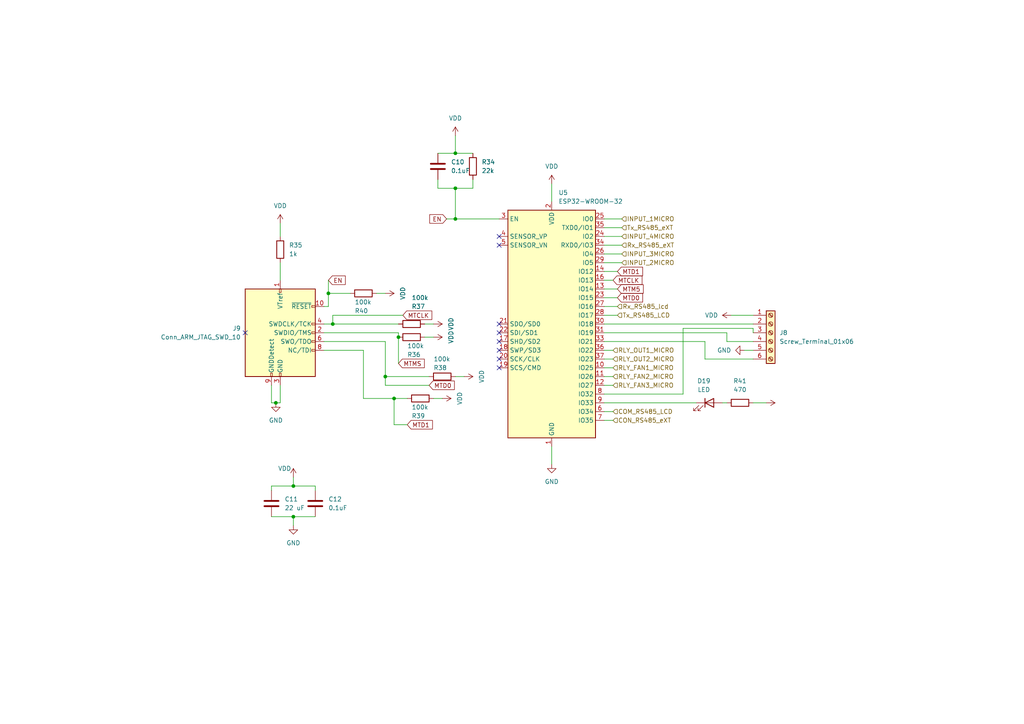
<source format=kicad_sch>
(kicad_sch (version 20230121) (generator eeschema)

  (uuid a98c622e-1473-4f1a-b17a-3ca1afd9b2dc)

  (paper "A4")

  (lib_symbols
    (symbol "Connector:Conn_ARM_JTAG_SWD_10" (pin_names (offset 1.016)) (in_bom yes) (on_board yes)
      (property "Reference" "J" (at -2.54 16.51 0)
        (effects (font (size 1.27 1.27)) (justify right))
      )
      (property "Value" "Conn_ARM_JTAG_SWD_10" (at -2.54 13.97 0)
        (effects (font (size 1.27 1.27)) (justify right bottom))
      )
      (property "Footprint" "" (at 0 0 0)
        (effects (font (size 1.27 1.27)) hide)
      )
      (property "Datasheet" "http://infocenter.arm.com/help/topic/com.arm.doc.ddi0314h/DDI0314H_coresight_components_trm.pdf" (at -8.89 -31.75 90)
        (effects (font (size 1.27 1.27)) hide)
      )
      (property "ki_keywords" "Cortex Debug Connector ARM SWD JTAG" (at 0 0 0)
        (effects (font (size 1.27 1.27)) hide)
      )
      (property "ki_description" "Cortex Debug Connector, standard ARM Cortex-M SWD and JTAG interface" (at 0 0 0)
        (effects (font (size 1.27 1.27)) hide)
      )
      (property "ki_fp_filters" "PinHeader?2x05?P1.27mm*" (at 0 0 0)
        (effects (font (size 1.27 1.27)) hide)
      )
      (symbol "Conn_ARM_JTAG_SWD_10_0_1"
        (rectangle (start -10.16 12.7) (end 10.16 -12.7)
          (stroke (width 0.254) (type default))
          (fill (type background))
        )
        (rectangle (start -2.794 -12.7) (end -2.286 -11.684)
          (stroke (width 0) (type default))
          (fill (type none))
        )
        (rectangle (start -0.254 -12.7) (end 0.254 -11.684)
          (stroke (width 0) (type default))
          (fill (type none))
        )
        (rectangle (start -0.254 12.7) (end 0.254 11.684)
          (stroke (width 0) (type default))
          (fill (type none))
        )
        (rectangle (start 9.144 2.286) (end 10.16 2.794)
          (stroke (width 0) (type default))
          (fill (type none))
        )
        (rectangle (start 10.16 -2.794) (end 9.144 -2.286)
          (stroke (width 0) (type default))
          (fill (type none))
        )
        (rectangle (start 10.16 -0.254) (end 9.144 0.254)
          (stroke (width 0) (type default))
          (fill (type none))
        )
        (rectangle (start 10.16 7.874) (end 9.144 7.366)
          (stroke (width 0) (type default))
          (fill (type none))
        )
      )
      (symbol "Conn_ARM_JTAG_SWD_10_1_1"
        (rectangle (start 9.144 -5.334) (end 10.16 -4.826)
          (stroke (width 0) (type default))
          (fill (type none))
        )
        (pin power_in line (at 0 15.24 270) (length 2.54)
          (name "VTref" (effects (font (size 1.27 1.27))))
          (number "1" (effects (font (size 1.27 1.27))))
        )
        (pin open_collector line (at 12.7 7.62 180) (length 2.54)
          (name "~{RESET}" (effects (font (size 1.27 1.27))))
          (number "10" (effects (font (size 1.27 1.27))))
        )
        (pin bidirectional line (at 12.7 0 180) (length 2.54)
          (name "SWDIO/TMS" (effects (font (size 1.27 1.27))))
          (number "2" (effects (font (size 1.27 1.27))))
        )
        (pin power_in line (at 0 -15.24 90) (length 2.54)
          (name "GND" (effects (font (size 1.27 1.27))))
          (number "3" (effects (font (size 1.27 1.27))))
        )
        (pin output line (at 12.7 2.54 180) (length 2.54)
          (name "SWDCLK/TCK" (effects (font (size 1.27 1.27))))
          (number "4" (effects (font (size 1.27 1.27))))
        )
        (pin passive line (at 0 -15.24 90) (length 2.54) hide
          (name "GND" (effects (font (size 1.27 1.27))))
          (number "5" (effects (font (size 1.27 1.27))))
        )
        (pin input line (at 12.7 -2.54 180) (length 2.54)
          (name "SWO/TDO" (effects (font (size 1.27 1.27))))
          (number "6" (effects (font (size 1.27 1.27))))
        )
        (pin no_connect line (at -10.16 0 0) (length 2.54) hide
          (name "KEY" (effects (font (size 1.27 1.27))))
          (number "7" (effects (font (size 1.27 1.27))))
        )
        (pin output line (at 12.7 -5.08 180) (length 2.54)
          (name "NC/TDI" (effects (font (size 1.27 1.27))))
          (number "8" (effects (font (size 1.27 1.27))))
        )
        (pin passive line (at -2.54 -15.24 90) (length 2.54)
          (name "GNDDetect" (effects (font (size 1.27 1.27))))
          (number "9" (effects (font (size 1.27 1.27))))
        )
      )
    )
    (symbol "Connector:Screw_Terminal_01x06" (pin_names (offset 1.016) hide) (in_bom yes) (on_board yes)
      (property "Reference" "J" (at 0 7.62 0)
        (effects (font (size 1.27 1.27)))
      )
      (property "Value" "Screw_Terminal_01x06" (at 0 -10.16 0)
        (effects (font (size 1.27 1.27)))
      )
      (property "Footprint" "" (at 0 0 0)
        (effects (font (size 1.27 1.27)) hide)
      )
      (property "Datasheet" "~" (at 0 0 0)
        (effects (font (size 1.27 1.27)) hide)
      )
      (property "ki_keywords" "screw terminal" (at 0 0 0)
        (effects (font (size 1.27 1.27)) hide)
      )
      (property "ki_description" "Generic screw terminal, single row, 01x06, script generated (kicad-library-utils/schlib/autogen/connector/)" (at 0 0 0)
        (effects (font (size 1.27 1.27)) hide)
      )
      (property "ki_fp_filters" "TerminalBlock*:*" (at 0 0 0)
        (effects (font (size 1.27 1.27)) hide)
      )
      (symbol "Screw_Terminal_01x06_1_1"
        (rectangle (start -1.27 6.35) (end 1.27 -8.89)
          (stroke (width 0.254) (type default))
          (fill (type background))
        )
        (circle (center 0 -7.62) (radius 0.635)
          (stroke (width 0.1524) (type default))
          (fill (type none))
        )
        (circle (center 0 -5.08) (radius 0.635)
          (stroke (width 0.1524) (type default))
          (fill (type none))
        )
        (circle (center 0 -2.54) (radius 0.635)
          (stroke (width 0.1524) (type default))
          (fill (type none))
        )
        (polyline
          (pts
            (xy -0.5334 -7.2898)
            (xy 0.3302 -8.128)
          )
          (stroke (width 0.1524) (type default))
          (fill (type none))
        )
        (polyline
          (pts
            (xy -0.5334 -4.7498)
            (xy 0.3302 -5.588)
          )
          (stroke (width 0.1524) (type default))
          (fill (type none))
        )
        (polyline
          (pts
            (xy -0.5334 -2.2098)
            (xy 0.3302 -3.048)
          )
          (stroke (width 0.1524) (type default))
          (fill (type none))
        )
        (polyline
          (pts
            (xy -0.5334 0.3302)
            (xy 0.3302 -0.508)
          )
          (stroke (width 0.1524) (type default))
          (fill (type none))
        )
        (polyline
          (pts
            (xy -0.5334 2.8702)
            (xy 0.3302 2.032)
          )
          (stroke (width 0.1524) (type default))
          (fill (type none))
        )
        (polyline
          (pts
            (xy -0.5334 5.4102)
            (xy 0.3302 4.572)
          )
          (stroke (width 0.1524) (type default))
          (fill (type none))
        )
        (polyline
          (pts
            (xy -0.3556 -7.112)
            (xy 0.508 -7.9502)
          )
          (stroke (width 0.1524) (type default))
          (fill (type none))
        )
        (polyline
          (pts
            (xy -0.3556 -4.572)
            (xy 0.508 -5.4102)
          )
          (stroke (width 0.1524) (type default))
          (fill (type none))
        )
        (polyline
          (pts
            (xy -0.3556 -2.032)
            (xy 0.508 -2.8702)
          )
          (stroke (width 0.1524) (type default))
          (fill (type none))
        )
        (polyline
          (pts
            (xy -0.3556 0.508)
            (xy 0.508 -0.3302)
          )
          (stroke (width 0.1524) (type default))
          (fill (type none))
        )
        (polyline
          (pts
            (xy -0.3556 3.048)
            (xy 0.508 2.2098)
          )
          (stroke (width 0.1524) (type default))
          (fill (type none))
        )
        (polyline
          (pts
            (xy -0.3556 5.588)
            (xy 0.508 4.7498)
          )
          (stroke (width 0.1524) (type default))
          (fill (type none))
        )
        (circle (center 0 0) (radius 0.635)
          (stroke (width 0.1524) (type default))
          (fill (type none))
        )
        (circle (center 0 2.54) (radius 0.635)
          (stroke (width 0.1524) (type default))
          (fill (type none))
        )
        (circle (center 0 5.08) (radius 0.635)
          (stroke (width 0.1524) (type default))
          (fill (type none))
        )
        (pin passive line (at -5.08 5.08 0) (length 3.81)
          (name "Pin_1" (effects (font (size 1.27 1.27))))
          (number "1" (effects (font (size 1.27 1.27))))
        )
        (pin passive line (at -5.08 2.54 0) (length 3.81)
          (name "Pin_2" (effects (font (size 1.27 1.27))))
          (number "2" (effects (font (size 1.27 1.27))))
        )
        (pin passive line (at -5.08 0 0) (length 3.81)
          (name "Pin_3" (effects (font (size 1.27 1.27))))
          (number "3" (effects (font (size 1.27 1.27))))
        )
        (pin passive line (at -5.08 -2.54 0) (length 3.81)
          (name "Pin_4" (effects (font (size 1.27 1.27))))
          (number "4" (effects (font (size 1.27 1.27))))
        )
        (pin passive line (at -5.08 -5.08 0) (length 3.81)
          (name "Pin_5" (effects (font (size 1.27 1.27))))
          (number "5" (effects (font (size 1.27 1.27))))
        )
        (pin passive line (at -5.08 -7.62 0) (length 3.81)
          (name "Pin_6" (effects (font (size 1.27 1.27))))
          (number "6" (effects (font (size 1.27 1.27))))
        )
      )
    )
    (symbol "Device:C" (pin_numbers hide) (pin_names (offset 0.254)) (in_bom yes) (on_board yes)
      (property "Reference" "C" (at 0.635 2.54 0)
        (effects (font (size 1.27 1.27)) (justify left))
      )
      (property "Value" "C" (at 0.635 -2.54 0)
        (effects (font (size 1.27 1.27)) (justify left))
      )
      (property "Footprint" "" (at 0.9652 -3.81 0)
        (effects (font (size 1.27 1.27)) hide)
      )
      (property "Datasheet" "~" (at 0 0 0)
        (effects (font (size 1.27 1.27)) hide)
      )
      (property "ki_keywords" "cap capacitor" (at 0 0 0)
        (effects (font (size 1.27 1.27)) hide)
      )
      (property "ki_description" "Unpolarized capacitor" (at 0 0 0)
        (effects (font (size 1.27 1.27)) hide)
      )
      (property "ki_fp_filters" "C_*" (at 0 0 0)
        (effects (font (size 1.27 1.27)) hide)
      )
      (symbol "C_0_1"
        (polyline
          (pts
            (xy -2.032 -0.762)
            (xy 2.032 -0.762)
          )
          (stroke (width 0.508) (type default))
          (fill (type none))
        )
        (polyline
          (pts
            (xy -2.032 0.762)
            (xy 2.032 0.762)
          )
          (stroke (width 0.508) (type default))
          (fill (type none))
        )
      )
      (symbol "C_1_1"
        (pin passive line (at 0 3.81 270) (length 2.794)
          (name "~" (effects (font (size 1.27 1.27))))
          (number "1" (effects (font (size 1.27 1.27))))
        )
        (pin passive line (at 0 -3.81 90) (length 2.794)
          (name "~" (effects (font (size 1.27 1.27))))
          (number "2" (effects (font (size 1.27 1.27))))
        )
      )
    )
    (symbol "Device:LED" (pin_numbers hide) (pin_names (offset 1.016) hide) (in_bom yes) (on_board yes)
      (property "Reference" "D" (at 0 2.54 0)
        (effects (font (size 1.27 1.27)))
      )
      (property "Value" "LED" (at 0 -2.54 0)
        (effects (font (size 1.27 1.27)))
      )
      (property "Footprint" "" (at 0 0 0)
        (effects (font (size 1.27 1.27)) hide)
      )
      (property "Datasheet" "~" (at 0 0 0)
        (effects (font (size 1.27 1.27)) hide)
      )
      (property "ki_keywords" "LED diode" (at 0 0 0)
        (effects (font (size 1.27 1.27)) hide)
      )
      (property "ki_description" "Light emitting diode" (at 0 0 0)
        (effects (font (size 1.27 1.27)) hide)
      )
      (property "ki_fp_filters" "LED* LED_SMD:* LED_THT:*" (at 0 0 0)
        (effects (font (size 1.27 1.27)) hide)
      )
      (symbol "LED_0_1"
        (polyline
          (pts
            (xy -1.27 -1.27)
            (xy -1.27 1.27)
          )
          (stroke (width 0.254) (type default))
          (fill (type none))
        )
        (polyline
          (pts
            (xy -1.27 0)
            (xy 1.27 0)
          )
          (stroke (width 0) (type default))
          (fill (type none))
        )
        (polyline
          (pts
            (xy 1.27 -1.27)
            (xy 1.27 1.27)
            (xy -1.27 0)
            (xy 1.27 -1.27)
          )
          (stroke (width 0.254) (type default))
          (fill (type none))
        )
        (polyline
          (pts
            (xy -3.048 -0.762)
            (xy -4.572 -2.286)
            (xy -3.81 -2.286)
            (xy -4.572 -2.286)
            (xy -4.572 -1.524)
          )
          (stroke (width 0) (type default))
          (fill (type none))
        )
        (polyline
          (pts
            (xy -1.778 -0.762)
            (xy -3.302 -2.286)
            (xy -2.54 -2.286)
            (xy -3.302 -2.286)
            (xy -3.302 -1.524)
          )
          (stroke (width 0) (type default))
          (fill (type none))
        )
      )
      (symbol "LED_1_1"
        (pin passive line (at -3.81 0 0) (length 2.54)
          (name "K" (effects (font (size 1.27 1.27))))
          (number "1" (effects (font (size 1.27 1.27))))
        )
        (pin passive line (at 3.81 0 180) (length 2.54)
          (name "A" (effects (font (size 1.27 1.27))))
          (number "2" (effects (font (size 1.27 1.27))))
        )
      )
    )
    (symbol "Device:R" (pin_numbers hide) (pin_names (offset 0)) (in_bom yes) (on_board yes)
      (property "Reference" "R" (at 2.032 0 90)
        (effects (font (size 1.27 1.27)))
      )
      (property "Value" "R" (at 0 0 90)
        (effects (font (size 1.27 1.27)))
      )
      (property "Footprint" "" (at -1.778 0 90)
        (effects (font (size 1.27 1.27)) hide)
      )
      (property "Datasheet" "~" (at 0 0 0)
        (effects (font (size 1.27 1.27)) hide)
      )
      (property "ki_keywords" "R res resistor" (at 0 0 0)
        (effects (font (size 1.27 1.27)) hide)
      )
      (property "ki_description" "Resistor" (at 0 0 0)
        (effects (font (size 1.27 1.27)) hide)
      )
      (property "ki_fp_filters" "R_*" (at 0 0 0)
        (effects (font (size 1.27 1.27)) hide)
      )
      (symbol "R_0_1"
        (rectangle (start -1.016 -2.54) (end 1.016 2.54)
          (stroke (width 0.254) (type default))
          (fill (type none))
        )
      )
      (symbol "R_1_1"
        (pin passive line (at 0 3.81 270) (length 1.27)
          (name "~" (effects (font (size 1.27 1.27))))
          (number "1" (effects (font (size 1.27 1.27))))
        )
        (pin passive line (at 0 -3.81 90) (length 1.27)
          (name "~" (effects (font (size 1.27 1.27))))
          (number "2" (effects (font (size 1.27 1.27))))
        )
      )
    )
    (symbol "RF_Module:ESP32-WROOM-32" (in_bom yes) (on_board yes)
      (property "Reference" "U" (at -12.7 34.29 0)
        (effects (font (size 1.27 1.27)) (justify left))
      )
      (property "Value" "ESP32-WROOM-32" (at 1.27 34.29 0)
        (effects (font (size 1.27 1.27)) (justify left))
      )
      (property "Footprint" "RF_Module:ESP32-WROOM-32" (at 0 -38.1 0)
        (effects (font (size 1.27 1.27)) hide)
      )
      (property "Datasheet" "https://www.espressif.com/sites/default/files/documentation/esp32-wroom-32_datasheet_en.pdf" (at -7.62 1.27 0)
        (effects (font (size 1.27 1.27)) hide)
      )
      (property "ki_keywords" "RF Radio BT ESP ESP32 Espressif onboard PCB antenna" (at 0 0 0)
        (effects (font (size 1.27 1.27)) hide)
      )
      (property "ki_description" "RF Module, ESP32-D0WDQ6 SoC, Wi-Fi 802.11b/g/n, Bluetooth, BLE, 32-bit, 2.7-3.6V, onboard antenna, SMD" (at 0 0 0)
        (effects (font (size 1.27 1.27)) hide)
      )
      (property "ki_fp_filters" "ESP32?WROOM?32*" (at 0 0 0)
        (effects (font (size 1.27 1.27)) hide)
      )
      (symbol "ESP32-WROOM-32_0_1"
        (rectangle (start -12.7 33.02) (end 12.7 -33.02)
          (stroke (width 0.254) (type default))
          (fill (type background))
        )
      )
      (symbol "ESP32-WROOM-32_1_1"
        (pin power_in line (at 0 -35.56 90) (length 2.54)
          (name "GND" (effects (font (size 1.27 1.27))))
          (number "1" (effects (font (size 1.27 1.27))))
        )
        (pin bidirectional line (at 15.24 -12.7 180) (length 2.54)
          (name "IO25" (effects (font (size 1.27 1.27))))
          (number "10" (effects (font (size 1.27 1.27))))
        )
        (pin bidirectional line (at 15.24 -15.24 180) (length 2.54)
          (name "IO26" (effects (font (size 1.27 1.27))))
          (number "11" (effects (font (size 1.27 1.27))))
        )
        (pin bidirectional line (at 15.24 -17.78 180) (length 2.54)
          (name "IO27" (effects (font (size 1.27 1.27))))
          (number "12" (effects (font (size 1.27 1.27))))
        )
        (pin bidirectional line (at 15.24 10.16 180) (length 2.54)
          (name "IO14" (effects (font (size 1.27 1.27))))
          (number "13" (effects (font (size 1.27 1.27))))
        )
        (pin bidirectional line (at 15.24 15.24 180) (length 2.54)
          (name "IO12" (effects (font (size 1.27 1.27))))
          (number "14" (effects (font (size 1.27 1.27))))
        )
        (pin passive line (at 0 -35.56 90) (length 2.54) hide
          (name "GND" (effects (font (size 1.27 1.27))))
          (number "15" (effects (font (size 1.27 1.27))))
        )
        (pin bidirectional line (at 15.24 12.7 180) (length 2.54)
          (name "IO13" (effects (font (size 1.27 1.27))))
          (number "16" (effects (font (size 1.27 1.27))))
        )
        (pin bidirectional line (at -15.24 -5.08 0) (length 2.54)
          (name "SHD/SD2" (effects (font (size 1.27 1.27))))
          (number "17" (effects (font (size 1.27 1.27))))
        )
        (pin bidirectional line (at -15.24 -7.62 0) (length 2.54)
          (name "SWP/SD3" (effects (font (size 1.27 1.27))))
          (number "18" (effects (font (size 1.27 1.27))))
        )
        (pin bidirectional line (at -15.24 -12.7 0) (length 2.54)
          (name "SCS/CMD" (effects (font (size 1.27 1.27))))
          (number "19" (effects (font (size 1.27 1.27))))
        )
        (pin power_in line (at 0 35.56 270) (length 2.54)
          (name "VDD" (effects (font (size 1.27 1.27))))
          (number "2" (effects (font (size 1.27 1.27))))
        )
        (pin bidirectional line (at -15.24 -10.16 0) (length 2.54)
          (name "SCK/CLK" (effects (font (size 1.27 1.27))))
          (number "20" (effects (font (size 1.27 1.27))))
        )
        (pin bidirectional line (at -15.24 0 0) (length 2.54)
          (name "SDO/SD0" (effects (font (size 1.27 1.27))))
          (number "21" (effects (font (size 1.27 1.27))))
        )
        (pin bidirectional line (at -15.24 -2.54 0) (length 2.54)
          (name "SDI/SD1" (effects (font (size 1.27 1.27))))
          (number "22" (effects (font (size 1.27 1.27))))
        )
        (pin bidirectional line (at 15.24 7.62 180) (length 2.54)
          (name "IO15" (effects (font (size 1.27 1.27))))
          (number "23" (effects (font (size 1.27 1.27))))
        )
        (pin bidirectional line (at 15.24 25.4 180) (length 2.54)
          (name "IO2" (effects (font (size 1.27 1.27))))
          (number "24" (effects (font (size 1.27 1.27))))
        )
        (pin bidirectional line (at 15.24 30.48 180) (length 2.54)
          (name "IO0" (effects (font (size 1.27 1.27))))
          (number "25" (effects (font (size 1.27 1.27))))
        )
        (pin bidirectional line (at 15.24 20.32 180) (length 2.54)
          (name "IO4" (effects (font (size 1.27 1.27))))
          (number "26" (effects (font (size 1.27 1.27))))
        )
        (pin bidirectional line (at 15.24 5.08 180) (length 2.54)
          (name "IO16" (effects (font (size 1.27 1.27))))
          (number "27" (effects (font (size 1.27 1.27))))
        )
        (pin bidirectional line (at 15.24 2.54 180) (length 2.54)
          (name "IO17" (effects (font (size 1.27 1.27))))
          (number "28" (effects (font (size 1.27 1.27))))
        )
        (pin bidirectional line (at 15.24 17.78 180) (length 2.54)
          (name "IO5" (effects (font (size 1.27 1.27))))
          (number "29" (effects (font (size 1.27 1.27))))
        )
        (pin input line (at -15.24 30.48 0) (length 2.54)
          (name "EN" (effects (font (size 1.27 1.27))))
          (number "3" (effects (font (size 1.27 1.27))))
        )
        (pin bidirectional line (at 15.24 0 180) (length 2.54)
          (name "IO18" (effects (font (size 1.27 1.27))))
          (number "30" (effects (font (size 1.27 1.27))))
        )
        (pin bidirectional line (at 15.24 -2.54 180) (length 2.54)
          (name "IO19" (effects (font (size 1.27 1.27))))
          (number "31" (effects (font (size 1.27 1.27))))
        )
        (pin no_connect line (at -12.7 -27.94 0) (length 2.54) hide
          (name "NC" (effects (font (size 1.27 1.27))))
          (number "32" (effects (font (size 1.27 1.27))))
        )
        (pin bidirectional line (at 15.24 -5.08 180) (length 2.54)
          (name "IO21" (effects (font (size 1.27 1.27))))
          (number "33" (effects (font (size 1.27 1.27))))
        )
        (pin bidirectional line (at 15.24 22.86 180) (length 2.54)
          (name "RXD0/IO3" (effects (font (size 1.27 1.27))))
          (number "34" (effects (font (size 1.27 1.27))))
        )
        (pin bidirectional line (at 15.24 27.94 180) (length 2.54)
          (name "TXD0/IO1" (effects (font (size 1.27 1.27))))
          (number "35" (effects (font (size 1.27 1.27))))
        )
        (pin bidirectional line (at 15.24 -7.62 180) (length 2.54)
          (name "IO22" (effects (font (size 1.27 1.27))))
          (number "36" (effects (font (size 1.27 1.27))))
        )
        (pin bidirectional line (at 15.24 -10.16 180) (length 2.54)
          (name "IO23" (effects (font (size 1.27 1.27))))
          (number "37" (effects (font (size 1.27 1.27))))
        )
        (pin passive line (at 0 -35.56 90) (length 2.54) hide
          (name "GND" (effects (font (size 1.27 1.27))))
          (number "38" (effects (font (size 1.27 1.27))))
        )
        (pin passive line (at 0 -35.56 90) (length 2.54) hide
          (name "GND" (effects (font (size 1.27 1.27))))
          (number "39" (effects (font (size 1.27 1.27))))
        )
        (pin input line (at -15.24 25.4 0) (length 2.54)
          (name "SENSOR_VP" (effects (font (size 1.27 1.27))))
          (number "4" (effects (font (size 1.27 1.27))))
        )
        (pin input line (at -15.24 22.86 0) (length 2.54)
          (name "SENSOR_VN" (effects (font (size 1.27 1.27))))
          (number "5" (effects (font (size 1.27 1.27))))
        )
        (pin input line (at 15.24 -25.4 180) (length 2.54)
          (name "IO34" (effects (font (size 1.27 1.27))))
          (number "6" (effects (font (size 1.27 1.27))))
        )
        (pin input line (at 15.24 -27.94 180) (length 2.54)
          (name "IO35" (effects (font (size 1.27 1.27))))
          (number "7" (effects (font (size 1.27 1.27))))
        )
        (pin bidirectional line (at 15.24 -20.32 180) (length 2.54)
          (name "IO32" (effects (font (size 1.27 1.27))))
          (number "8" (effects (font (size 1.27 1.27))))
        )
        (pin bidirectional line (at 15.24 -22.86 180) (length 2.54)
          (name "IO33" (effects (font (size 1.27 1.27))))
          (number "9" (effects (font (size 1.27 1.27))))
        )
      )
    )
    (symbol "power:GND" (power) (pin_names (offset 0)) (in_bom yes) (on_board yes)
      (property "Reference" "#PWR" (at 0 -6.35 0)
        (effects (font (size 1.27 1.27)) hide)
      )
      (property "Value" "GND" (at 0 -3.81 0)
        (effects (font (size 1.27 1.27)))
      )
      (property "Footprint" "" (at 0 0 0)
        (effects (font (size 1.27 1.27)) hide)
      )
      (property "Datasheet" "" (at 0 0 0)
        (effects (font (size 1.27 1.27)) hide)
      )
      (property "ki_keywords" "global power" (at 0 0 0)
        (effects (font (size 1.27 1.27)) hide)
      )
      (property "ki_description" "Power symbol creates a global label with name \"GND\" , ground" (at 0 0 0)
        (effects (font (size 1.27 1.27)) hide)
      )
      (symbol "GND_0_1"
        (polyline
          (pts
            (xy 0 0)
            (xy 0 -1.27)
            (xy 1.27 -1.27)
            (xy 0 -2.54)
            (xy -1.27 -1.27)
            (xy 0 -1.27)
          )
          (stroke (width 0) (type default))
          (fill (type none))
        )
      )
      (symbol "GND_1_1"
        (pin power_in line (at 0 0 270) (length 0) hide
          (name "GND" (effects (font (size 1.27 1.27))))
          (number "1" (effects (font (size 1.27 1.27))))
        )
      )
    )
    (symbol "power:VDD" (power) (pin_names (offset 0)) (in_bom yes) (on_board yes)
      (property "Reference" "#PWR" (at 0 -3.81 0)
        (effects (font (size 1.27 1.27)) hide)
      )
      (property "Value" "VDD" (at 0 3.81 0)
        (effects (font (size 1.27 1.27)))
      )
      (property "Footprint" "" (at 0 0 0)
        (effects (font (size 1.27 1.27)) hide)
      )
      (property "Datasheet" "" (at 0 0 0)
        (effects (font (size 1.27 1.27)) hide)
      )
      (property "ki_keywords" "global power" (at 0 0 0)
        (effects (font (size 1.27 1.27)) hide)
      )
      (property "ki_description" "Power symbol creates a global label with name \"VDD\"" (at 0 0 0)
        (effects (font (size 1.27 1.27)) hide)
      )
      (symbol "VDD_0_1"
        (polyline
          (pts
            (xy -0.762 1.27)
            (xy 0 2.54)
          )
          (stroke (width 0) (type default))
          (fill (type none))
        )
        (polyline
          (pts
            (xy 0 0)
            (xy 0 2.54)
          )
          (stroke (width 0) (type default))
          (fill (type none))
        )
        (polyline
          (pts
            (xy 0 2.54)
            (xy 0.762 1.27)
          )
          (stroke (width 0) (type default))
          (fill (type none))
        )
      )
      (symbol "VDD_1_1"
        (pin power_in line (at 0 0 90) (length 0) hide
          (name "VDD" (effects (font (size 1.27 1.27))))
          (number "1" (effects (font (size 1.27 1.27))))
        )
      )
    )
  )

  (junction (at 132.08 44.45) (diameter 0) (color 0 0 0 0)
    (uuid 07e9301d-4787-4d8d-8ea9-789dadffc01c)
  )
  (junction (at 85.09 149.86) (diameter 0) (color 0 0 0 0)
    (uuid 18021a39-4088-4cb4-b8bc-5c59eb5a649b)
  )
  (junction (at 85.09 140.97) (diameter 0) (color 0 0 0 0)
    (uuid 1a97bde9-cc06-4557-a894-5f7230261581)
  )
  (junction (at 96.52 93.98) (diameter 0) (color 0 0 0 0)
    (uuid 2d232e7c-dfb6-46cb-bd18-3a20f81bd94b)
  )
  (junction (at 111.76 109.22) (diameter 0) (color 0 0 0 0)
    (uuid 46b3d31f-abda-4bdc-9a98-5fa2ca525429)
  )
  (junction (at 114.3 115.57) (diameter 0) (color 0 0 0 0)
    (uuid 771f1725-f882-4165-af83-fa4ddc33dff0)
  )
  (junction (at 115.57 97.79) (diameter 0) (color 0 0 0 0)
    (uuid 937ae39c-e5cb-4636-a2d7-8ae458b098d5)
  )
  (junction (at 132.08 54.61) (diameter 0) (color 0 0 0 0)
    (uuid 950a318d-6a7c-4494-8685-e3545bd9f5bf)
  )
  (junction (at 132.08 63.5) (diameter 0) (color 0 0 0 0)
    (uuid cdde6173-485b-4d4c-8888-194f5c18fb18)
  )
  (junction (at 80.01 116.84) (diameter 0) (color 0 0 0 0)
    (uuid decfca14-5582-4dba-aa33-74ae775d917f)
  )
  (junction (at 95.25 85.09) (diameter 0) (color 0 0 0 0)
    (uuid f3909683-c41f-4b08-aac3-00f979644f68)
  )

  (no_connect (at 144.78 71.12) (uuid 31aca24e-730f-4570-b0f6-96846843d7c4))
  (no_connect (at 144.78 104.14) (uuid 3a4e5a8a-a639-4f2d-a450-9de442ad2200))
  (no_connect (at 144.78 106.68) (uuid 5430f833-9760-4d51-a404-37d66570adba))
  (no_connect (at 144.78 99.06) (uuid 5746c039-f269-4055-a7d9-8adeb67ba3c0))
  (no_connect (at 144.78 101.6) (uuid 671b28e7-324a-43eb-a820-ff5a8377c0c8))
  (no_connect (at 144.78 96.52) (uuid 6799059f-7224-4ae3-85f1-cd946a255402))
  (no_connect (at 144.78 93.98) (uuid bfc16625-e4d6-45b4-978d-fd50711920da))
  (no_connect (at 144.78 68.58) (uuid e5ffaa6d-fe25-4afb-8e8b-6a63892707e0))
  (no_connect (at 71.12 96.52) (uuid f65f0621-68d8-4102-a86f-b63cf3615278))

  (wire (pts (xy 175.26 66.04) (xy 180.34 66.04))
    (stroke (width 0) (type default))
    (uuid 0543ef39-13d3-41c9-a5f3-d93afdc5a152)
  )
  (wire (pts (xy 210.82 96.52) (xy 210.82 99.06))
    (stroke (width 0) (type default))
    (uuid 08c407ac-5eb4-49b1-bb30-c7df970bdaf9)
  )
  (wire (pts (xy 175.26 76.2) (xy 180.34 76.2))
    (stroke (width 0) (type default))
    (uuid 09ca958c-b2a9-4c68-9b42-4510f2436c25)
  )
  (wire (pts (xy 175.26 121.92) (xy 177.8 121.92))
    (stroke (width 0) (type default))
    (uuid 0a7f8c0e-3015-429a-9501-2d834e65dafb)
  )
  (wire (pts (xy 175.26 63.5) (xy 180.34 63.5))
    (stroke (width 0) (type default))
    (uuid 0a8f90d8-c0a3-44b8-85d8-95ea1286ba9f)
  )
  (wire (pts (xy 175.26 99.06) (xy 204.47 99.06))
    (stroke (width 0) (type default))
    (uuid 0c2669ad-59ca-4093-9f09-743f7d6c7fc0)
  )
  (wire (pts (xy 134.62 109.22) (xy 132.08 109.22))
    (stroke (width 0) (type default))
    (uuid 0f8f59fd-e882-45fa-8e9c-fd2aeb35773e)
  )
  (wire (pts (xy 127 52.07) (xy 127 54.61))
    (stroke (width 0) (type default))
    (uuid 10bb32c2-7926-4299-81be-752e6a592ff9)
  )
  (wire (pts (xy 115.57 96.52) (xy 115.57 97.79))
    (stroke (width 0) (type default))
    (uuid 12b74f82-f131-4564-9613-ae1cee767e7e)
  )
  (wire (pts (xy 95.25 88.9) (xy 93.98 88.9))
    (stroke (width 0) (type default))
    (uuid 1aa939b9-3ba4-4dd0-ac60-7aa762764966)
  )
  (wire (pts (xy 175.26 86.36) (xy 179.07 86.36))
    (stroke (width 0) (type default))
    (uuid 1aea36b5-8f77-4822-959a-ce5fafb44e0a)
  )
  (wire (pts (xy 91.44 140.97) (xy 85.09 140.97))
    (stroke (width 0) (type default))
    (uuid 1ba4f9a5-617d-45b1-af35-67f0803cd09a)
  )
  (wire (pts (xy 111.76 99.06) (xy 111.76 109.22))
    (stroke (width 0) (type default))
    (uuid 1bb13225-1c37-4d45-8490-028a0def23fe)
  )
  (wire (pts (xy 160.02 129.54) (xy 160.02 134.62))
    (stroke (width 0) (type default))
    (uuid 1bf775f7-ebc7-480a-91fa-6d7c9fe1aa6b)
  )
  (wire (pts (xy 125.73 97.79) (xy 123.19 97.79))
    (stroke (width 0) (type default))
    (uuid 1d40880f-e402-4447-a644-e61e4acfae1c)
  )
  (wire (pts (xy 175.26 104.14) (xy 177.8 104.14))
    (stroke (width 0) (type default))
    (uuid 1f4a1a74-0f00-4e71-b57e-fde529f4e0fe)
  )
  (wire (pts (xy 85.09 138.43) (xy 85.09 140.97))
    (stroke (width 0) (type default))
    (uuid 21bd76ae-47f9-4641-93b1-fc85a2b66f0d)
  )
  (wire (pts (xy 175.26 78.74) (xy 179.07 78.74))
    (stroke (width 0) (type default))
    (uuid 259b9812-05c1-4bcf-846c-84385e9a6e19)
  )
  (wire (pts (xy 212.09 91.44) (xy 218.44 91.44))
    (stroke (width 0) (type default))
    (uuid 25e85603-c5e4-477d-8b15-a8e870059301)
  )
  (wire (pts (xy 118.11 115.57) (xy 114.3 115.57))
    (stroke (width 0) (type default))
    (uuid 2622ab59-6ebb-4261-9531-9e28599b17b5)
  )
  (wire (pts (xy 93.98 96.52) (xy 115.57 96.52))
    (stroke (width 0) (type default))
    (uuid 2a319ed1-1d4a-4584-b4ec-2019dc50d502)
  )
  (wire (pts (xy 124.46 109.22) (xy 111.76 109.22))
    (stroke (width 0) (type default))
    (uuid 2dc8868e-b3b3-4c7a-ac8b-0136f8939623)
  )
  (wire (pts (xy 198.12 95.25) (xy 198.12 114.3))
    (stroke (width 0) (type default))
    (uuid 315d38b2-934c-4346-94e8-d8fb4e0bf8b6)
  )
  (wire (pts (xy 115.57 93.98) (xy 96.52 93.98))
    (stroke (width 0) (type default))
    (uuid 3bcb5d8d-8eb5-423e-af5e-a41e3982a364)
  )
  (wire (pts (xy 85.09 140.97) (xy 78.74 140.97))
    (stroke (width 0) (type default))
    (uuid 3c841591-15d0-434a-8f2e-93bae0d0fe3e)
  )
  (wire (pts (xy 175.26 93.98) (xy 218.44 93.98))
    (stroke (width 0) (type default))
    (uuid 3cee9131-cc2f-416e-8d9b-02908d880797)
  )
  (wire (pts (xy 78.74 140.97) (xy 78.74 142.24))
    (stroke (width 0) (type default))
    (uuid 41f8692e-6cfd-4782-a8fc-c904ba055c21)
  )
  (wire (pts (xy 116.84 91.44) (xy 96.52 91.44))
    (stroke (width 0) (type default))
    (uuid 42a630e0-623c-4e21-b717-d59b74b32a24)
  )
  (wire (pts (xy 78.74 116.84) (xy 80.01 116.84))
    (stroke (width 0) (type default))
    (uuid 43571315-8f68-4205-98b8-8d92f27c85fa)
  )
  (wire (pts (xy 93.98 99.06) (xy 111.76 99.06))
    (stroke (width 0) (type default))
    (uuid 45f13f1d-5fc8-4791-bf2a-5597917c5ded)
  )
  (wire (pts (xy 175.26 71.12) (xy 180.34 71.12))
    (stroke (width 0) (type default))
    (uuid 49465758-7af7-452f-a4c2-94257242df65)
  )
  (wire (pts (xy 95.25 81.28) (xy 95.25 85.09))
    (stroke (width 0) (type default))
    (uuid 4f38d080-b7af-42e7-83e0-99328969b726)
  )
  (wire (pts (xy 96.52 93.98) (xy 96.52 91.44))
    (stroke (width 0) (type default))
    (uuid 540b695d-0774-432c-96d7-0903335836c4)
  )
  (wire (pts (xy 111.76 85.09) (xy 109.22 85.09))
    (stroke (width 0) (type default))
    (uuid 586a1959-f38b-4241-bd66-4e945f2bc01f)
  )
  (wire (pts (xy 137.16 52.07) (xy 137.16 54.61))
    (stroke (width 0) (type default))
    (uuid 587403ec-d708-407a-b7c3-6916925d94f0)
  )
  (wire (pts (xy 81.28 76.2) (xy 81.28 81.28))
    (stroke (width 0) (type default))
    (uuid 5a4cf720-0d48-4db5-bb5b-979ab1ceaff8)
  )
  (wire (pts (xy 175.26 106.68) (xy 177.8 106.68))
    (stroke (width 0) (type default))
    (uuid 5da7d3fb-fc9e-48f5-989d-4d17b0182802)
  )
  (wire (pts (xy 111.76 111.76) (xy 111.76 109.22))
    (stroke (width 0) (type default))
    (uuid 659c21df-e31f-4a1c-ba0a-0bfbd90d3ece)
  )
  (wire (pts (xy 210.82 99.06) (xy 218.44 99.06))
    (stroke (width 0) (type default))
    (uuid 6637b3bc-501b-420a-ad96-853f67d536c8)
  )
  (wire (pts (xy 175.26 91.44) (xy 179.07 91.44))
    (stroke (width 0) (type default))
    (uuid 69228ca6-c853-46b7-a5ba-47d3d0dd17c0)
  )
  (wire (pts (xy 129.54 63.5) (xy 132.08 63.5))
    (stroke (width 0) (type default))
    (uuid 6a128b52-5d5d-4871-a7b4-134daf92c856)
  )
  (wire (pts (xy 95.25 85.09) (xy 101.6 85.09))
    (stroke (width 0) (type default))
    (uuid 6d175065-a9a0-4e9c-991d-fb96d4f5b819)
  )
  (wire (pts (xy 118.11 123.19) (xy 114.3 123.19))
    (stroke (width 0) (type default))
    (uuid 6d9f92bd-a417-4b00-a9bf-5d366ed2f27b)
  )
  (wire (pts (xy 85.09 149.86) (xy 85.09 152.4))
    (stroke (width 0) (type default))
    (uuid 6e81809d-91c5-486f-95f2-953bcba38c05)
  )
  (wire (pts (xy 175.26 109.22) (xy 177.8 109.22))
    (stroke (width 0) (type default))
    (uuid 772d0037-281a-4f4c-ae81-def1f21bf654)
  )
  (wire (pts (xy 209.55 116.84) (xy 210.82 116.84))
    (stroke (width 0) (type default))
    (uuid 78798505-fb17-4dac-831e-9d8bc82779fe)
  )
  (wire (pts (xy 78.74 149.86) (xy 85.09 149.86))
    (stroke (width 0) (type default))
    (uuid 78dc5543-b149-4dd6-826b-e9c6bb806757)
  )
  (wire (pts (xy 132.08 39.37) (xy 132.08 44.45))
    (stroke (width 0) (type default))
    (uuid 7d8da599-d74d-42e1-a7c1-5deffb328be4)
  )
  (wire (pts (xy 160.02 53.34) (xy 160.02 58.42))
    (stroke (width 0) (type default))
    (uuid 7e4d4d4a-89dc-44b6-867b-40ab50f16531)
  )
  (wire (pts (xy 175.26 116.84) (xy 201.93 116.84))
    (stroke (width 0) (type default))
    (uuid 7f8b5b67-a50c-4263-a931-2daf259b4227)
  )
  (wire (pts (xy 204.47 99.06) (xy 204.47 104.14))
    (stroke (width 0) (type default))
    (uuid 869b909a-718a-44f2-98b8-87e00f49e179)
  )
  (wire (pts (xy 175.26 119.38) (xy 177.8 119.38))
    (stroke (width 0) (type default))
    (uuid 89ae05ec-1031-4002-93c3-a598943cd7b0)
  )
  (wire (pts (xy 175.26 111.76) (xy 177.8 111.76))
    (stroke (width 0) (type default))
    (uuid 8de072ba-4a73-492a-a3d5-1f8c82387c66)
  )
  (wire (pts (xy 93.98 93.98) (xy 96.52 93.98))
    (stroke (width 0) (type default))
    (uuid 9776ba3a-607f-493f-b9b9-1d65bcde2f73)
  )
  (wire (pts (xy 127 44.45) (xy 132.08 44.45))
    (stroke (width 0) (type default))
    (uuid 99e4eacb-b607-4e49-962a-ef9ef08c456c)
  )
  (wire (pts (xy 175.26 83.82) (xy 179.07 83.82))
    (stroke (width 0) (type default))
    (uuid a19e5e13-d62d-484d-8335-883ec8a04a58)
  )
  (wire (pts (xy 132.08 54.61) (xy 137.16 54.61))
    (stroke (width 0) (type default))
    (uuid a38ab48c-6339-413a-999c-1900ff726a18)
  )
  (wire (pts (xy 198.12 114.3) (xy 175.26 114.3))
    (stroke (width 0) (type default))
    (uuid a737109f-280f-44f3-9994-d7813f9b2ff6)
  )
  (wire (pts (xy 218.44 95.25) (xy 218.44 96.52))
    (stroke (width 0) (type default))
    (uuid a9e50ad4-fb5f-456c-97a4-7e1af3b54843)
  )
  (wire (pts (xy 127 54.61) (xy 132.08 54.61))
    (stroke (width 0) (type default))
    (uuid aab30397-3f05-4417-8a9b-e21f57c61ebe)
  )
  (wire (pts (xy 105.41 115.57) (xy 114.3 115.57))
    (stroke (width 0) (type default))
    (uuid afac4225-f572-4df7-8e1d-0889a0a6ab88)
  )
  (wire (pts (xy 175.26 68.58) (xy 180.34 68.58))
    (stroke (width 0) (type default))
    (uuid b3a9fbfc-130d-46f1-8596-ebefee40beb4)
  )
  (wire (pts (xy 175.26 88.9) (xy 179.07 88.9))
    (stroke (width 0) (type default))
    (uuid b7865b0a-6f89-4930-935d-1b743896bff7)
  )
  (wire (pts (xy 204.47 104.14) (xy 218.44 104.14))
    (stroke (width 0) (type default))
    (uuid b96c66f3-8955-4b12-90bb-4cdd7a025ffb)
  )
  (wire (pts (xy 81.28 64.77) (xy 81.28 68.58))
    (stroke (width 0) (type default))
    (uuid bb678ae2-a6e3-4ec8-a4b5-c6ec020607be)
  )
  (wire (pts (xy 215.9 101.6) (xy 218.44 101.6))
    (stroke (width 0) (type default))
    (uuid bc8a365e-43c2-41b3-aa5f-6ebfc9055bda)
  )
  (wire (pts (xy 93.98 101.6) (xy 105.41 101.6))
    (stroke (width 0) (type default))
    (uuid bcfbc291-5096-439f-94d9-2dfeacd4708f)
  )
  (wire (pts (xy 128.27 115.57) (xy 125.73 115.57))
    (stroke (width 0) (type default))
    (uuid c3e77519-b248-48cd-bc8d-34b367c01e4b)
  )
  (wire (pts (xy 175.26 101.6) (xy 177.8 101.6))
    (stroke (width 0) (type default))
    (uuid c583296c-04cd-4b98-8d58-beff2f3d93ca)
  )
  (wire (pts (xy 81.28 116.84) (xy 80.01 116.84))
    (stroke (width 0) (type default))
    (uuid caab2f8d-c3df-4285-b7b5-5e5d1025e7c0)
  )
  (wire (pts (xy 175.26 96.52) (xy 210.82 96.52))
    (stroke (width 0) (type default))
    (uuid ce9b80e4-a773-47d3-b26d-643f01bdd6e8)
  )
  (wire (pts (xy 222.25 116.84) (xy 218.44 116.84))
    (stroke (width 0) (type default))
    (uuid cf070a17-5e47-42dd-a9b9-56ab9b7b1cda)
  )
  (wire (pts (xy 95.25 85.09) (xy 95.25 88.9))
    (stroke (width 0) (type default))
    (uuid d17b2c6b-aa6a-49bb-ae51-0988cc6bcd30)
  )
  (wire (pts (xy 132.08 54.61) (xy 132.08 63.5))
    (stroke (width 0) (type default))
    (uuid d4dc6881-fa3c-4d7a-9916-b57136d1c2e1)
  )
  (wire (pts (xy 125.73 93.98) (xy 123.19 93.98))
    (stroke (width 0) (type default))
    (uuid d6b129e3-ccdb-4113-bb8e-bea6b6849985)
  )
  (wire (pts (xy 115.57 105.41) (xy 115.57 97.79))
    (stroke (width 0) (type default))
    (uuid d8a57416-ff08-4959-a9db-08f12f382032)
  )
  (wire (pts (xy 132.08 63.5) (xy 144.78 63.5))
    (stroke (width 0) (type default))
    (uuid db335cca-17d7-4d5a-a915-58ecc01e8e9c)
  )
  (wire (pts (xy 114.3 123.19) (xy 114.3 115.57))
    (stroke (width 0) (type default))
    (uuid df38f839-7e9b-4895-910f-97040fda7968)
  )
  (wire (pts (xy 175.26 81.28) (xy 177.8 81.28))
    (stroke (width 0) (type default))
    (uuid e35c226f-196b-421a-a2f6-9349d59bb83e)
  )
  (wire (pts (xy 105.41 101.6) (xy 105.41 115.57))
    (stroke (width 0) (type default))
    (uuid e5989690-ede4-4ecc-8460-0f22004551f1)
  )
  (wire (pts (xy 78.74 111.76) (xy 78.74 116.84))
    (stroke (width 0) (type default))
    (uuid e7dde8f8-ce1d-4b3f-862e-f58ba109c2e8)
  )
  (wire (pts (xy 85.09 149.86) (xy 91.44 149.86))
    (stroke (width 0) (type default))
    (uuid e81f16db-d0a3-4ac8-a217-ad1dbce84f40)
  )
  (wire (pts (xy 91.44 142.24) (xy 91.44 140.97))
    (stroke (width 0) (type default))
    (uuid ea3539f5-f4d5-417c-9069-8a4126546160)
  )
  (wire (pts (xy 132.08 44.45) (xy 137.16 44.45))
    (stroke (width 0) (type default))
    (uuid ebe7bb5c-a6c7-48ab-9fa8-ec4cef606ea1)
  )
  (wire (pts (xy 124.46 111.76) (xy 111.76 111.76))
    (stroke (width 0) (type default))
    (uuid ec7187c7-9149-4fa8-bebf-06e53da9b68d)
  )
  (wire (pts (xy 81.28 111.76) (xy 81.28 116.84))
    (stroke (width 0) (type default))
    (uuid ef9e0497-0a04-4518-8fb4-f42fb92f0f0a)
  )
  (wire (pts (xy 175.26 73.66) (xy 180.34 73.66))
    (stroke (width 0) (type default))
    (uuid f02a517f-bbda-4d19-ae6e-0a43e19fb89b)
  )
  (wire (pts (xy 198.12 95.25) (xy 218.44 95.25))
    (stroke (width 0) (type default))
    (uuid fa25fe0d-da2d-4083-9113-c3fb78fc0d6c)
  )

  (global_label "MTMS" (shape input) (at 115.57 105.41 0) (fields_autoplaced)
    (effects (font (size 1.27 1.27)) (justify left))
    (uuid 0765c7a7-a497-48b0-bcf3-27b4858e37de)
    (property "Intersheetrefs" "${INTERSHEET_REFS}" (at 123.5557 105.41 0)
      (effects (font (size 1.27 1.27)) (justify left) hide)
    )
  )
  (global_label "MTD0" (shape input) (at 179.07 86.36 0) (fields_autoplaced)
    (effects (font (size 1.27 1.27)) (justify left))
    (uuid 1b9cc28f-15a7-48c3-9569-0a68b3ab6581)
    (property "Intersheetrefs" "${INTERSHEET_REFS}" (at 186.8743 86.36 0)
      (effects (font (size 1.27 1.27)) (justify left) hide)
    )
  )
  (global_label "EN" (shape input) (at 129.54 63.5 180) (fields_autoplaced)
    (effects (font (size 1.27 1.27)) (justify right))
    (uuid 2af73163-4651-402d-916f-2849150711f8)
    (property "Intersheetrefs" "${INTERSHEET_REFS}" (at 124.1547 63.5 0)
      (effects (font (size 1.27 1.27)) (justify right) hide)
    )
  )
  (global_label "MTCLK" (shape input) (at 177.8 81.28 0) (fields_autoplaced)
    (effects (font (size 1.27 1.27)) (justify left))
    (uuid 5bc36dd9-7358-4eb1-ac69-08a0b17b53c3)
    (property "Intersheetrefs" "${INTERSHEET_REFS}" (at 186.6929 81.28 0)
      (effects (font (size 1.27 1.27)) (justify left) hide)
    )
  )
  (global_label "MTCLK" (shape input) (at 116.84 91.44 0) (fields_autoplaced)
    (effects (font (size 1.27 1.27)) (justify left))
    (uuid 8f759004-33d3-4184-9422-0ad4890de60c)
    (property "Intersheetrefs" "${INTERSHEET_REFS}" (at 125.7329 91.44 0)
      (effects (font (size 1.27 1.27)) (justify left) hide)
    )
  )
  (global_label "EN" (shape input) (at 95.25 81.28 0) (fields_autoplaced)
    (effects (font (size 1.27 1.27)) (justify left))
    (uuid abf5950a-dddb-4012-9323-ea84250faad7)
    (property "Intersheetrefs" "${INTERSHEET_REFS}" (at 100.6353 81.28 0)
      (effects (font (size 1.27 1.27)) (justify left) hide)
    )
  )
  (global_label "MTD1" (shape input) (at 179.07 78.74 0) (fields_autoplaced)
    (effects (font (size 1.27 1.27)) (justify left))
    (uuid ac6dc486-c5d9-44bc-9d94-674dca028dee)
    (property "Intersheetrefs" "${INTERSHEET_REFS}" (at 186.8743 78.74 0)
      (effects (font (size 1.27 1.27)) (justify left) hide)
    )
  )
  (global_label "MTD1" (shape input) (at 118.11 123.19 0) (fields_autoplaced)
    (effects (font (size 1.27 1.27)) (justify left))
    (uuid b05bca8c-87e5-49c7-b152-8e25108cf3cf)
    (property "Intersheetrefs" "${INTERSHEET_REFS}" (at 125.9143 123.19 0)
      (effects (font (size 1.27 1.27)) (justify left) hide)
    )
  )
  (global_label "MTD0" (shape input) (at 124.46 111.76 0) (fields_autoplaced)
    (effects (font (size 1.27 1.27)) (justify left))
    (uuid caa55c7e-02ff-4dba-90be-396625878416)
    (property "Intersheetrefs" "${INTERSHEET_REFS}" (at 132.2643 111.76 0)
      (effects (font (size 1.27 1.27)) (justify left) hide)
    )
  )
  (global_label "MTM5" (shape input) (at 179.07 83.82 0) (fields_autoplaced)
    (effects (font (size 1.27 1.27)) (justify left))
    (uuid e1c723c3-fb06-4765-b611-71005fde7015)
    (property "Intersheetrefs" "${INTERSHEET_REFS}" (at 187.0557 83.82 0)
      (effects (font (size 1.27 1.27)) (justify left) hide)
    )
  )

  (hierarchical_label "INPUT_1MICRO" (shape input) (at 180.34 63.5 0) (fields_autoplaced)
    (effects (font (size 1.27 1.27)) (justify left))
    (uuid 1638d16b-ad04-412e-bf35-ffb574b32904)
  )
  (hierarchical_label "RLY_FAN1_MICRO" (shape input) (at 177.8 106.68 0) (fields_autoplaced)
    (effects (font (size 1.27 1.27)) (justify left))
    (uuid 19b03c2e-73df-425f-a0d2-a2d8a4dc5484)
  )
  (hierarchical_label "INPUT_3MICRO" (shape input) (at 180.34 73.66 0) (fields_autoplaced)
    (effects (font (size 1.27 1.27)) (justify left))
    (uuid 385a278e-ba66-4260-99a4-5d3a533646d5)
  )
  (hierarchical_label "COM_RS485_LCD" (shape input) (at 177.8 119.38 0) (fields_autoplaced)
    (effects (font (size 1.27 1.27)) (justify left))
    (uuid 4327f920-009a-453b-9412-e1503fe83c57)
  )
  (hierarchical_label "RLY_FAN3_MICRO" (shape input) (at 177.8 111.76 0) (fields_autoplaced)
    (effects (font (size 1.27 1.27)) (justify left))
    (uuid 488816c7-fa75-4fde-a602-ee77b3b7fa9a)
  )
  (hierarchical_label "INPUT_2MICRO" (shape input) (at 180.34 76.2 0) (fields_autoplaced)
    (effects (font (size 1.27 1.27)) (justify left))
    (uuid 540a185b-7016-4715-9c4a-81fb8ebad1b3)
  )
  (hierarchical_label "Rx_RS485_eXT" (shape input) (at 180.34 71.12 0) (fields_autoplaced)
    (effects (font (size 1.27 1.27)) (justify left))
    (uuid 6b633260-2198-47f7-9650-84c7106ec578)
  )
  (hierarchical_label "RLY_FAN2_MICRO" (shape input) (at 177.8 109.22 0) (fields_autoplaced)
    (effects (font (size 1.27 1.27)) (justify left))
    (uuid 784a7f6a-d4d4-41ab-aaf5-d1a6a0df0e91)
  )
  (hierarchical_label "RLY_OUT1_MICRO" (shape input) (at 177.8 101.6 0) (fields_autoplaced)
    (effects (font (size 1.27 1.27)) (justify left))
    (uuid 7b0485b1-8e7c-4fbb-a982-9215ed0b067a)
  )
  (hierarchical_label "CON_RS485_eXT" (shape input) (at 177.8 121.92 0) (fields_autoplaced)
    (effects (font (size 1.27 1.27)) (justify left))
    (uuid 8bd3a77c-fbdf-4b08-8b58-949bfc3d8e8a)
  )
  (hierarchical_label "INPUT_4MICRO" (shape input) (at 180.34 68.58 0) (fields_autoplaced)
    (effects (font (size 1.27 1.27)) (justify left))
    (uuid 8ef55d28-bcaf-4e3a-9b66-ae67dc09af55)
  )
  (hierarchical_label "Tx_RS485_LCD" (shape input) (at 179.07 91.44 0) (fields_autoplaced)
    (effects (font (size 1.27 1.27)) (justify left))
    (uuid b25a1d54-29f7-4dec-b841-60083fbad4e3)
  )
  (hierarchical_label "Rx_RS485_lcd" (shape input) (at 179.07 88.9 0) (fields_autoplaced)
    (effects (font (size 1.27 1.27)) (justify left))
    (uuid f00b41f5-d639-4d07-8c4d-f094f3778c36)
  )
  (hierarchical_label "RLY_OUT2_MICRO" (shape input) (at 177.8 104.14 0) (fields_autoplaced)
    (effects (font (size 1.27 1.27)) (justify left))
    (uuid f0af7c3b-877d-438c-933e-e723a8cdf1ec)
  )
  (hierarchical_label "Tx_RS485_eXT" (shape input) (at 180.34 66.04 0) (fields_autoplaced)
    (effects (font (size 1.27 1.27)) (justify left))
    (uuid f19aede1-a1c6-495a-864b-c7181bf456e7)
  )

  (symbol (lib_id "Device:R") (at 128.27 109.22 270) (mirror x) (unit 1)
    (in_bom yes) (on_board yes) (dnp no)
    (uuid 04715b59-944e-41fd-ab97-834bfec96266)
    (property "Reference" "R38" (at 125.73 106.68 90)
      (effects (font (size 1.27 1.27)) (justify left))
    )
    (property "Value" "100k" (at 125.73 104.14 90)
      (effects (font (size 1.27 1.27)) (justify left))
    )
    (property "Footprint" "Resistor_SMD:R_0805_2012Metric_Pad1.20x1.40mm_HandSolder" (at 128.27 110.998 90)
      (effects (font (size 1.27 1.27)) hide)
    )
    (property "Datasheet" "~" (at 128.27 109.22 0)
      (effects (font (size 1.27 1.27)) hide)
    )
    (pin "1" (uuid 510d2b9d-06c4-4510-a2fe-c65c06633e8a))
    (pin "2" (uuid d0835295-e008-4260-b1ab-aa0bfc5c2bf6))
    (instances
      (project "Room_Link"
        (path "/c4ebd78f-0c54-42fb-8411-155772684713/6ffab1c0-a902-4896-acce-96f8f8ea2f51/00a28fbb-e12d-449f-b0f0-5a0c907c081f"
          (reference "R38") (unit 1)
        )
      )
    )
  )

  (symbol (lib_id "power:VDD") (at 111.76 85.09 270) (mirror x) (unit 1)
    (in_bom yes) (on_board yes) (dnp no) (fields_autoplaced)
    (uuid 05c099e0-b175-4f39-8e7f-8f489776d5c8)
    (property "Reference" "#PWR070" (at 107.95 85.09 0)
      (effects (font (size 1.27 1.27)) hide)
    )
    (property "Value" "VDD" (at 116.84 85.09 0)
      (effects (font (size 1.27 1.27)))
    )
    (property "Footprint" "" (at 111.76 85.09 0)
      (effects (font (size 1.27 1.27)) hide)
    )
    (property "Datasheet" "" (at 111.76 85.09 0)
      (effects (font (size 1.27 1.27)) hide)
    )
    (pin "1" (uuid 713ccf78-c3fb-47c9-9863-ec24237932ce))
    (instances
      (project "Room_Link"
        (path "/c4ebd78f-0c54-42fb-8411-155772684713/6ffab1c0-a902-4896-acce-96f8f8ea2f51/00a28fbb-e12d-449f-b0f0-5a0c907c081f"
          (reference "#PWR070") (unit 1)
        )
      )
    )
  )

  (symbol (lib_id "power:VDD") (at 132.08 39.37 0) (unit 1)
    (in_bom yes) (on_board yes) (dnp no) (fields_autoplaced)
    (uuid 0c8ada78-97d6-4bfd-bf22-811b179d0fcd)
    (property "Reference" "#PWR063" (at 132.08 43.18 0)
      (effects (font (size 1.27 1.27)) hide)
    )
    (property "Value" "VDD" (at 132.08 34.29 0)
      (effects (font (size 1.27 1.27)))
    )
    (property "Footprint" "" (at 132.08 39.37 0)
      (effects (font (size 1.27 1.27)) hide)
    )
    (property "Datasheet" "" (at 132.08 39.37 0)
      (effects (font (size 1.27 1.27)) hide)
    )
    (pin "1" (uuid 39803f85-dd70-4f91-bcb9-bf34f0497b89))
    (instances
      (project "Room_Link"
        (path "/c4ebd78f-0c54-42fb-8411-155772684713/6ffab1c0-a902-4896-acce-96f8f8ea2f51/00a28fbb-e12d-449f-b0f0-5a0c907c081f"
          (reference "#PWR063") (unit 1)
        )
      )
    )
  )

  (symbol (lib_id "power:GND") (at 80.01 116.84 0) (unit 1)
    (in_bom yes) (on_board yes) (dnp no) (fields_autoplaced)
    (uuid 1cdf28ac-510d-4a27-a8d6-43bcc1a69968)
    (property "Reference" "#PWR076" (at 80.01 123.19 0)
      (effects (font (size 1.27 1.27)) hide)
    )
    (property "Value" "GND" (at 80.01 121.92 0)
      (effects (font (size 1.27 1.27)))
    )
    (property "Footprint" "" (at 80.01 116.84 0)
      (effects (font (size 1.27 1.27)) hide)
    )
    (property "Datasheet" "" (at 80.01 116.84 0)
      (effects (font (size 1.27 1.27)) hide)
    )
    (pin "1" (uuid 1e383ca1-cda5-4954-8fa7-8ad58c44c047))
    (instances
      (project "Room_Link"
        (path "/c4ebd78f-0c54-42fb-8411-155772684713/6ffab1c0-a902-4896-acce-96f8f8ea2f51/00a28fbb-e12d-449f-b0f0-5a0c907c081f"
          (reference "#PWR076") (unit 1)
        )
      )
    )
  )

  (symbol (lib_id "power:VDD") (at 134.62 109.22 270) (mirror x) (unit 1)
    (in_bom yes) (on_board yes) (dnp no) (fields_autoplaced)
    (uuid 23b1cbdc-68c1-426c-8611-f06e472bbdbb)
    (property "Reference" "#PWR068" (at 130.81 109.22 0)
      (effects (font (size 1.27 1.27)) hide)
    )
    (property "Value" "VDD" (at 139.7 109.22 0)
      (effects (font (size 1.27 1.27)))
    )
    (property "Footprint" "" (at 134.62 109.22 0)
      (effects (font (size 1.27 1.27)) hide)
    )
    (property "Datasheet" "" (at 134.62 109.22 0)
      (effects (font (size 1.27 1.27)) hide)
    )
    (pin "1" (uuid 8435ade7-6939-43b3-8ef6-a1f9ccc6925d))
    (instances
      (project "Room_Link"
        (path "/c4ebd78f-0c54-42fb-8411-155772684713/6ffab1c0-a902-4896-acce-96f8f8ea2f51/00a28fbb-e12d-449f-b0f0-5a0c907c081f"
          (reference "#PWR068") (unit 1)
        )
      )
    )
  )

  (symbol (lib_id "power:VDD") (at 160.02 53.34 0) (unit 1)
    (in_bom yes) (on_board yes) (dnp no) (fields_autoplaced)
    (uuid 2496cd64-bc3a-4ed9-9d15-82a451a7a99f)
    (property "Reference" "#PWR062" (at 160.02 57.15 0)
      (effects (font (size 1.27 1.27)) hide)
    )
    (property "Value" "VDD" (at 160.02 48.26 0)
      (effects (font (size 1.27 1.27)))
    )
    (property "Footprint" "" (at 160.02 53.34 0)
      (effects (font (size 1.27 1.27)) hide)
    )
    (property "Datasheet" "" (at 160.02 53.34 0)
      (effects (font (size 1.27 1.27)) hide)
    )
    (pin "1" (uuid 6d6687c7-43bf-4256-b0be-07f30a850fb8))
    (instances
      (project "Room_Link"
        (path "/c4ebd78f-0c54-42fb-8411-155772684713/6ffab1c0-a902-4896-acce-96f8f8ea2f51/00a28fbb-e12d-449f-b0f0-5a0c907c081f"
          (reference "#PWR062") (unit 1)
        )
      )
    )
  )

  (symbol (lib_id "power:VDD") (at 125.73 97.79 270) (mirror x) (unit 1)
    (in_bom yes) (on_board yes) (dnp no) (fields_autoplaced)
    (uuid 279e667b-3b01-4ffc-9a3d-42eddb7dd0ad)
    (property "Reference" "#PWR066" (at 121.92 97.79 0)
      (effects (font (size 1.27 1.27)) hide)
    )
    (property "Value" "VDD" (at 130.81 97.79 0)
      (effects (font (size 1.27 1.27)))
    )
    (property "Footprint" "" (at 125.73 97.79 0)
      (effects (font (size 1.27 1.27)) hide)
    )
    (property "Datasheet" "" (at 125.73 97.79 0)
      (effects (font (size 1.27 1.27)) hide)
    )
    (pin "1" (uuid c0b6bad3-9c60-467c-a03f-a0444169ffd9))
    (instances
      (project "Room_Link"
        (path "/c4ebd78f-0c54-42fb-8411-155772684713/6ffab1c0-a902-4896-acce-96f8f8ea2f51/00a28fbb-e12d-449f-b0f0-5a0c907c081f"
          (reference "#PWR066") (unit 1)
        )
      )
    )
  )

  (symbol (lib_id "Device:R") (at 119.38 97.79 270) (mirror x) (unit 1)
    (in_bom yes) (on_board yes) (dnp no)
    (uuid 2beb2792-4a63-4beb-963a-91d4d36fbe12)
    (property "Reference" "R36" (at 118.11 102.87 90)
      (effects (font (size 1.27 1.27)) (justify left))
    )
    (property "Value" "100k" (at 118.11 100.33 90)
      (effects (font (size 1.27 1.27)) (justify left))
    )
    (property "Footprint" "Resistor_SMD:R_0805_2012Metric_Pad1.20x1.40mm_HandSolder" (at 119.38 99.568 90)
      (effects (font (size 1.27 1.27)) hide)
    )
    (property "Datasheet" "~" (at 119.38 97.79 0)
      (effects (font (size 1.27 1.27)) hide)
    )
    (pin "1" (uuid a85e4b7e-3d23-4365-b89c-64ef6d8d5df0))
    (pin "2" (uuid 6c5dcd3c-e69c-4cda-8391-968838e1af4d))
    (instances
      (project "Room_Link"
        (path "/c4ebd78f-0c54-42fb-8411-155772684713/6ffab1c0-a902-4896-acce-96f8f8ea2f51/00a28fbb-e12d-449f-b0f0-5a0c907c081f"
          (reference "R36") (unit 1)
        )
      )
    )
  )

  (symbol (lib_id "power:VDD") (at 222.25 116.84 270) (unit 1)
    (in_bom yes) (on_board yes) (dnp no) (fields_autoplaced)
    (uuid 2c2b7155-ec56-42a0-857b-f3668c094d2d)
    (property "Reference" "#PWR073" (at 218.44 116.84 0)
      (effects (font (size 1.27 1.27)) hide)
    )
    (property "Value" "VDD" (at 227.33 116.84 0)
      (effects (font (size 1.27 1.27)) hide)
    )
    (property "Footprint" "" (at 222.25 116.84 0)
      (effects (font (size 1.27 1.27)) hide)
    )
    (property "Datasheet" "" (at 222.25 116.84 0)
      (effects (font (size 1.27 1.27)) hide)
    )
    (pin "1" (uuid 8f302ef5-1b67-4ff2-badc-7ae31f65e39a))
    (instances
      (project "Room_Link"
        (path "/c4ebd78f-0c54-42fb-8411-155772684713/6ffab1c0-a902-4896-acce-96f8f8ea2f51/00a28fbb-e12d-449f-b0f0-5a0c907c081f"
          (reference "#PWR073") (unit 1)
        )
      )
    )
  )

  (symbol (lib_id "power:GND") (at 85.09 152.4 0) (unit 1)
    (in_bom yes) (on_board yes) (dnp no) (fields_autoplaced)
    (uuid 2f165227-1075-402b-a58c-96d55b19388a)
    (property "Reference" "#PWR074" (at 85.09 158.75 0)
      (effects (font (size 1.27 1.27)) hide)
    )
    (property "Value" "GND" (at 85.09 157.48 0)
      (effects (font (size 1.27 1.27)))
    )
    (property "Footprint" "" (at 85.09 152.4 0)
      (effects (font (size 1.27 1.27)) hide)
    )
    (property "Datasheet" "" (at 85.09 152.4 0)
      (effects (font (size 1.27 1.27)) hide)
    )
    (pin "1" (uuid 3fa77c18-822e-4235-9659-ccaf0c0b9d24))
    (instances
      (project "Room_Link"
        (path "/c4ebd78f-0c54-42fb-8411-155772684713/6ffab1c0-a902-4896-acce-96f8f8ea2f51/00a28fbb-e12d-449f-b0f0-5a0c907c081f"
          (reference "#PWR074") (unit 1)
        )
      )
    )
  )

  (symbol (lib_id "Device:C") (at 127 48.26 0) (unit 1)
    (in_bom yes) (on_board yes) (dnp no) (fields_autoplaced)
    (uuid 30815b9d-3dbf-4486-a0da-7c330bd23882)
    (property "Reference" "C10" (at 130.81 46.99 0)
      (effects (font (size 1.27 1.27)) (justify left))
    )
    (property "Value" "0.1uF" (at 130.81 49.53 0)
      (effects (font (size 1.27 1.27)) (justify left))
    )
    (property "Footprint" "Capacitor_SMD:C_0805_2012Metric_Pad1.18x1.45mm_HandSolder" (at 127.9652 52.07 0)
      (effects (font (size 1.27 1.27)) hide)
    )
    (property "Datasheet" "~" (at 127 48.26 0)
      (effects (font (size 1.27 1.27)) hide)
    )
    (pin "1" (uuid c0346fc8-4fca-480e-a8e6-a8449392c510))
    (pin "2" (uuid 0546c98e-92ce-4254-a179-35a6045b3444))
    (instances
      (project "Room_Link"
        (path "/c4ebd78f-0c54-42fb-8411-155772684713/6ffab1c0-a902-4896-acce-96f8f8ea2f51/00a28fbb-e12d-449f-b0f0-5a0c907c081f"
          (reference "C10") (unit 1)
        )
      )
    )
  )

  (symbol (lib_id "Connector:Screw_Terminal_01x06") (at 223.52 96.52 0) (unit 1)
    (in_bom yes) (on_board yes) (dnp no) (fields_autoplaced)
    (uuid 45ce1717-93ee-462e-b91b-b004b6f69578)
    (property "Reference" "J8" (at 226.06 96.52 0)
      (effects (font (size 1.27 1.27)) (justify left))
    )
    (property "Value" "Screw_Terminal_01x06" (at 226.06 99.06 0)
      (effects (font (size 1.27 1.27)) (justify left))
    )
    (property "Footprint" "Connector_PinHeader_2.54mm:PinHeader_2x06_P2.54mm_Vertical_SMD" (at 223.52 96.52 0)
      (effects (font (size 1.27 1.27)) hide)
    )
    (property "Datasheet" "~" (at 223.52 96.52 0)
      (effects (font (size 1.27 1.27)) hide)
    )
    (pin "1" (uuid 69523fb5-0432-446d-a7c6-0b3b135f403d))
    (pin "2" (uuid 80a0e32b-0f22-4544-85b9-36cbec145ce7))
    (pin "3" (uuid c730c237-61d1-4056-8a4b-8699dbbc8bec))
    (pin "4" (uuid 30e3888e-835c-491e-8556-dbd5b65c9394))
    (pin "5" (uuid cbd1e682-60ac-451f-ae6f-3f7902642f50))
    (pin "6" (uuid 7bc9aac4-a8db-409b-aa96-2c041c5b1200))
    (instances
      (project "Room_Link"
        (path "/c4ebd78f-0c54-42fb-8411-155772684713/6ffab1c0-a902-4896-acce-96f8f8ea2f51/00a28fbb-e12d-449f-b0f0-5a0c907c081f"
          (reference "J8") (unit 1)
        )
      )
    )
  )

  (symbol (lib_id "power:VDD") (at 85.09 138.43 0) (unit 1)
    (in_bom yes) (on_board yes) (dnp no)
    (uuid 4bd5b879-2647-4b49-b31d-b91c0922d15d)
    (property "Reference" "#PWR075" (at 85.09 142.24 0)
      (effects (font (size 1.27 1.27)) hide)
    )
    (property "Value" "VDD" (at 82.55 135.89 0)
      (effects (font (size 1.27 1.27)))
    )
    (property "Footprint" "" (at 85.09 138.43 0)
      (effects (font (size 1.27 1.27)) hide)
    )
    (property "Datasheet" "" (at 85.09 138.43 0)
      (effects (font (size 1.27 1.27)) hide)
    )
    (pin "1" (uuid 4ff695df-c00c-4f14-9005-3c5468155572))
    (instances
      (project "Room_Link"
        (path "/c4ebd78f-0c54-42fb-8411-155772684713/6ffab1c0-a902-4896-acce-96f8f8ea2f51/00a28fbb-e12d-449f-b0f0-5a0c907c081f"
          (reference "#PWR075") (unit 1)
        )
      )
    )
  )

  (symbol (lib_id "power:GND") (at 215.9 101.6 270) (unit 1)
    (in_bom yes) (on_board yes) (dnp no) (fields_autoplaced)
    (uuid 519a84db-6de6-4105-b7cc-ca5a2b765521)
    (property "Reference" "#PWR071" (at 209.55 101.6 0)
      (effects (font (size 1.27 1.27)) hide)
    )
    (property "Value" "GND" (at 212.09 101.6 90)
      (effects (font (size 1.27 1.27)) (justify right))
    )
    (property "Footprint" "" (at 215.9 101.6 0)
      (effects (font (size 1.27 1.27)) hide)
    )
    (property "Datasheet" "" (at 215.9 101.6 0)
      (effects (font (size 1.27 1.27)) hide)
    )
    (pin "1" (uuid b94536a1-6e70-4778-9741-8176ca3f9bc6))
    (instances
      (project "Room_Link"
        (path "/c4ebd78f-0c54-42fb-8411-155772684713/6ffab1c0-a902-4896-acce-96f8f8ea2f51/00a28fbb-e12d-449f-b0f0-5a0c907c081f"
          (reference "#PWR071") (unit 1)
        )
      )
    )
  )

  (symbol (lib_id "Device:R") (at 121.92 115.57 270) (mirror x) (unit 1)
    (in_bom yes) (on_board yes) (dnp no)
    (uuid 52076911-b40b-4172-a2eb-51ae4a02a47f)
    (property "Reference" "R39" (at 119.38 120.65 90)
      (effects (font (size 1.27 1.27)) (justify left))
    )
    (property "Value" "100k" (at 119.38 118.11 90)
      (effects (font (size 1.27 1.27)) (justify left))
    )
    (property "Footprint" "Resistor_SMD:R_0805_2012Metric_Pad1.20x1.40mm_HandSolder" (at 121.92 117.348 90)
      (effects (font (size 1.27 1.27)) hide)
    )
    (property "Datasheet" "~" (at 121.92 115.57 0)
      (effects (font (size 1.27 1.27)) hide)
    )
    (pin "1" (uuid 6df6dbfb-a9a6-4568-858a-83ac21f3fac7))
    (pin "2" (uuid edbf4ca4-1e4d-4728-8aa9-d32e99397ad4))
    (instances
      (project "Room_Link"
        (path "/c4ebd78f-0c54-42fb-8411-155772684713/6ffab1c0-a902-4896-acce-96f8f8ea2f51/00a28fbb-e12d-449f-b0f0-5a0c907c081f"
          (reference "R39") (unit 1)
        )
      )
    )
  )

  (symbol (lib_id "RF_Module:ESP32-WROOM-32") (at 160.02 93.98 0) (unit 1)
    (in_bom yes) (on_board yes) (dnp no) (fields_autoplaced)
    (uuid 5735226c-29a4-434f-98ef-80c204183d2f)
    (property "Reference" "U5" (at 161.9759 55.88 0)
      (effects (font (size 1.27 1.27)) (justify left))
    )
    (property "Value" "ESP32-WROOM-32" (at 161.9759 58.42 0)
      (effects (font (size 1.27 1.27)) (justify left))
    )
    (property "Footprint" "RF_Module:ESP32-WROOM-32" (at 160.02 132.08 0)
      (effects (font (size 1.27 1.27)) hide)
    )
    (property "Datasheet" "https://www.espressif.com/sites/default/files/documentation/esp32-wroom-32_datasheet_en.pdf" (at 152.4 92.71 0)
      (effects (font (size 1.27 1.27)) hide)
    )
    (pin "1" (uuid e9495fe1-87c7-4b57-be63-fbc3916dae79))
    (pin "10" (uuid 15339dbb-4d53-42cc-8d3b-60e852b5993e))
    (pin "11" (uuid daadc9d2-00f4-4078-993b-1d4f2adfba64))
    (pin "12" (uuid a28bbacd-e555-48b4-af65-1658a3f099f1))
    (pin "13" (uuid eb2caf5a-bb9b-4cd3-92ee-97173152e5ae))
    (pin "14" (uuid 57cb663e-2625-4a58-a21b-fccbe304c961))
    (pin "15" (uuid 3f70e4c2-2f57-4d27-b688-f0bc14559908))
    (pin "16" (uuid 6d155863-139b-488f-93e3-bf66b2958025))
    (pin "17" (uuid c9d21c14-5b47-4253-a8e7-ac8f5db9fdb3))
    (pin "18" (uuid 6f8781c3-e2db-458d-a725-86f341604173))
    (pin "19" (uuid 18451f35-0938-4210-819e-5aa4ee3ebeae))
    (pin "2" (uuid 00562701-4f15-4543-a544-82953b363dbc))
    (pin "20" (uuid 066e5367-7b96-499a-8905-3834a9ccdb75))
    (pin "21" (uuid 354f79b2-8d72-42a8-b6e4-37a835e7d91a))
    (pin "22" (uuid dd07041d-72d7-4859-a6f6-370bac658d39))
    (pin "23" (uuid ed9f9f20-6fdf-4f06-ad9f-bc076e2c58a0))
    (pin "24" (uuid 89ca8c04-a7da-4e34-bb1c-3af6ca840a3a))
    (pin "25" (uuid d6b03833-6ddd-4699-ac03-ac0a52ac6162))
    (pin "26" (uuid 755aa8b1-7117-401e-bfab-392a2db77156))
    (pin "27" (uuid 0aa751f2-4af8-460b-93bc-8c0eca907795))
    (pin "28" (uuid a33c3ffc-e9b4-4a25-a5fb-d89bae0941a9))
    (pin "29" (uuid 74fac8d6-321e-4558-b2a8-26a51b0c792a))
    (pin "3" (uuid c8a34c8e-c9a8-4d84-ae39-785865415289))
    (pin "30" (uuid ad748bbd-e88b-4585-a139-1f60f4c1ffb7))
    (pin "31" (uuid c30b63c7-0982-4d98-81d7-f2f195c8dc7b))
    (pin "32" (uuid 30ae20d8-f116-469a-b670-60b39a1f4e79))
    (pin "33" (uuid b73945b1-f720-4ee0-8f43-2cdf815f1269))
    (pin "34" (uuid 2a208a02-2332-460b-b812-0d8821ea0c94))
    (pin "35" (uuid 9ac1b581-29ca-497b-8ddd-a111a2c2bb17))
    (pin "36" (uuid dd8e023c-495a-43ae-8cfd-9e354af86a7e))
    (pin "37" (uuid c76ea59d-dda1-4c50-b3a4-fab08bdb91a6))
    (pin "38" (uuid 9f3844e2-98b5-4a0f-b6aa-746cceccb531))
    (pin "39" (uuid f181ecd5-1b86-4d52-98ab-9e7971fe8a92))
    (pin "4" (uuid 8b3b4399-75bd-40db-ac10-b0c45fd75633))
    (pin "5" (uuid 43dc70e6-b2c1-442a-ae60-12776577abc5))
    (pin "6" (uuid db531f3b-c325-4e55-8764-0690fd1fb5b8))
    (pin "7" (uuid 653e641f-721b-4c0a-996e-4ba7f9608b70))
    (pin "8" (uuid 3bc0911e-4078-47a9-87c1-85a101e4fc06))
    (pin "9" (uuid a9407167-6e8c-4d17-9f82-856f3c6fbb66))
    (instances
      (project "Room_Link"
        (path "/c4ebd78f-0c54-42fb-8411-155772684713/6ffab1c0-a902-4896-acce-96f8f8ea2f51/00a28fbb-e12d-449f-b0f0-5a0c907c081f"
          (reference "U5") (unit 1)
        )
      )
    )
  )

  (symbol (lib_id "Device:R") (at 137.16 48.26 0) (unit 1)
    (in_bom yes) (on_board yes) (dnp no) (fields_autoplaced)
    (uuid 59519c7c-a9d6-460d-a97d-8b039d40d0bb)
    (property "Reference" "R34" (at 139.7 46.99 0)
      (effects (font (size 1.27 1.27)) (justify left))
    )
    (property "Value" "22k" (at 139.7 49.53 0)
      (effects (font (size 1.27 1.27)) (justify left))
    )
    (property "Footprint" "Resistor_SMD:R_0805_2012Metric_Pad1.20x1.40mm_HandSolder" (at 135.382 48.26 90)
      (effects (font (size 1.27 1.27)) hide)
    )
    (property "Datasheet" "~" (at 137.16 48.26 0)
      (effects (font (size 1.27 1.27)) hide)
    )
    (pin "1" (uuid 6a28b4a9-911e-432c-90aa-110d220db98b))
    (pin "2" (uuid 93c6f927-3b87-4f7f-82e1-3c6489981726))
    (instances
      (project "Room_Link"
        (path "/c4ebd78f-0c54-42fb-8411-155772684713/6ffab1c0-a902-4896-acce-96f8f8ea2f51/00a28fbb-e12d-449f-b0f0-5a0c907c081f"
          (reference "R34") (unit 1)
        )
      )
    )
  )

  (symbol (lib_id "Device:R") (at 119.38 93.98 270) (mirror x) (unit 1)
    (in_bom yes) (on_board yes) (dnp no)
    (uuid 5f290c7b-9c1e-4b7a-afa0-803b92826b3f)
    (property "Reference" "R37" (at 119.38 88.9 90)
      (effects (font (size 1.27 1.27)) (justify left))
    )
    (property "Value" "100k" (at 119.38 86.36 90)
      (effects (font (size 1.27 1.27)) (justify left))
    )
    (property "Footprint" "Resistor_SMD:R_0805_2012Metric_Pad1.20x1.40mm_HandSolder" (at 119.38 95.758 90)
      (effects (font (size 1.27 1.27)) hide)
    )
    (property "Datasheet" "~" (at 119.38 93.98 0)
      (effects (font (size 1.27 1.27)) hide)
    )
    (pin "1" (uuid 9112b0ac-3575-4492-9a53-c2bdd08dcb30))
    (pin "2" (uuid 9548857b-bb96-45b1-936b-12eee2e626ba))
    (instances
      (project "Room_Link"
        (path "/c4ebd78f-0c54-42fb-8411-155772684713/6ffab1c0-a902-4896-acce-96f8f8ea2f51/00a28fbb-e12d-449f-b0f0-5a0c907c081f"
          (reference "R37") (unit 1)
        )
      )
    )
  )

  (symbol (lib_id "Device:LED") (at 205.74 116.84 0) (unit 1)
    (in_bom yes) (on_board yes) (dnp no) (fields_autoplaced)
    (uuid 6783829d-0a2b-402c-998b-55da8b89ae67)
    (property "Reference" "D19" (at 204.1525 110.49 0)
      (effects (font (size 1.27 1.27)))
    )
    (property "Value" "LED" (at 204.1525 113.03 0)
      (effects (font (size 1.27 1.27)))
    )
    (property "Footprint" "LED_SMD:LED_0805_2012Metric_Pad1.15x1.40mm_HandSolder" (at 205.74 116.84 0)
      (effects (font (size 1.27 1.27)) hide)
    )
    (property "Datasheet" "~" (at 205.74 116.84 0)
      (effects (font (size 1.27 1.27)) hide)
    )
    (pin "1" (uuid af6e99df-3c0a-4a26-a663-4f9092197fc6))
    (pin "2" (uuid 672e81a1-2ac5-4966-adca-fc0e77817f05))
    (instances
      (project "Room_Link"
        (path "/c4ebd78f-0c54-42fb-8411-155772684713/6ffab1c0-a902-4896-acce-96f8f8ea2f51/00a28fbb-e12d-449f-b0f0-5a0c907c081f"
          (reference "D19") (unit 1)
        )
      )
    )
  )

  (symbol (lib_id "Device:C") (at 78.74 146.05 0) (unit 1)
    (in_bom yes) (on_board yes) (dnp no) (fields_autoplaced)
    (uuid 7ba6a11d-77ac-455a-a7ea-4547c3875d23)
    (property "Reference" "C11" (at 82.55 144.78 0)
      (effects (font (size 1.27 1.27)) (justify left))
    )
    (property "Value" "22 uF" (at 82.55 147.32 0)
      (effects (font (size 1.27 1.27)) (justify left))
    )
    (property "Footprint" "Capacitor_SMD:C_0805_2012Metric_Pad1.18x1.45mm_HandSolder" (at 79.7052 149.86 0)
      (effects (font (size 1.27 1.27)) hide)
    )
    (property "Datasheet" "~" (at 78.74 146.05 0)
      (effects (font (size 1.27 1.27)) hide)
    )
    (pin "1" (uuid 22c1f24c-d336-4305-9406-ab62f4594d6d))
    (pin "2" (uuid ad817a98-b5ce-40cc-9559-05e61389319f))
    (instances
      (project "Room_Link"
        (path "/c4ebd78f-0c54-42fb-8411-155772684713/6ffab1c0-a902-4896-acce-96f8f8ea2f51/00a28fbb-e12d-449f-b0f0-5a0c907c081f"
          (reference "C11") (unit 1)
        )
      )
    )
  )

  (symbol (lib_id "Device:C") (at 91.44 146.05 0) (unit 1)
    (in_bom yes) (on_board yes) (dnp no) (fields_autoplaced)
    (uuid 7fea58cb-0014-425b-85ee-0db002de2119)
    (property "Reference" "C12" (at 95.25 144.78 0)
      (effects (font (size 1.27 1.27)) (justify left))
    )
    (property "Value" "0.1uF" (at 95.25 147.32 0)
      (effects (font (size 1.27 1.27)) (justify left))
    )
    (property "Footprint" "Capacitor_SMD:C_0805_2012Metric_Pad1.18x1.45mm_HandSolder" (at 92.4052 149.86 0)
      (effects (font (size 1.27 1.27)) hide)
    )
    (property "Datasheet" "~" (at 91.44 146.05 0)
      (effects (font (size 1.27 1.27)) hide)
    )
    (pin "1" (uuid e07c87b5-c41d-43ae-b3e3-59d7b97fb8b3))
    (pin "2" (uuid 9ff75f1e-a936-468a-8482-af827f436fc5))
    (instances
      (project "Room_Link"
        (path "/c4ebd78f-0c54-42fb-8411-155772684713/6ffab1c0-a902-4896-acce-96f8f8ea2f51/00a28fbb-e12d-449f-b0f0-5a0c907c081f"
          (reference "C12") (unit 1)
        )
      )
    )
  )

  (symbol (lib_id "power:VDD") (at 212.09 91.44 90) (unit 1)
    (in_bom yes) (on_board yes) (dnp no) (fields_autoplaced)
    (uuid 8ecc10e1-f369-4d7d-84f6-095fd94678e2)
    (property "Reference" "#PWR072" (at 215.9 91.44 0)
      (effects (font (size 1.27 1.27)) hide)
    )
    (property "Value" "VDD" (at 208.28 91.44 90)
      (effects (font (size 1.27 1.27)) (justify left))
    )
    (property "Footprint" "" (at 212.09 91.44 0)
      (effects (font (size 1.27 1.27)) hide)
    )
    (property "Datasheet" "" (at 212.09 91.44 0)
      (effects (font (size 1.27 1.27)) hide)
    )
    (pin "1" (uuid e2ca82be-a166-46b0-b7bb-1559d2dc4b77))
    (instances
      (project "Room_Link"
        (path "/c4ebd78f-0c54-42fb-8411-155772684713/6ffab1c0-a902-4896-acce-96f8f8ea2f51/00a28fbb-e12d-449f-b0f0-5a0c907c081f"
          (reference "#PWR072") (unit 1)
        )
      )
    )
  )

  (symbol (lib_id "power:VDD") (at 128.27 115.57 270) (mirror x) (unit 1)
    (in_bom yes) (on_board yes) (dnp no) (fields_autoplaced)
    (uuid 900ded3b-e1d9-4328-9d61-0a1807968de2)
    (property "Reference" "#PWR069" (at 124.46 115.57 0)
      (effects (font (size 1.27 1.27)) hide)
    )
    (property "Value" "VDD" (at 133.35 115.57 0)
      (effects (font (size 1.27 1.27)))
    )
    (property "Footprint" "" (at 128.27 115.57 0)
      (effects (font (size 1.27 1.27)) hide)
    )
    (property "Datasheet" "" (at 128.27 115.57 0)
      (effects (font (size 1.27 1.27)) hide)
    )
    (pin "1" (uuid 87f95d75-b219-4090-8e4c-1bd51eed4366))
    (instances
      (project "Room_Link"
        (path "/c4ebd78f-0c54-42fb-8411-155772684713/6ffab1c0-a902-4896-acce-96f8f8ea2f51/00a28fbb-e12d-449f-b0f0-5a0c907c081f"
          (reference "#PWR069") (unit 1)
        )
      )
    )
  )

  (symbol (lib_id "power:VDD") (at 81.28 64.77 0) (unit 1)
    (in_bom yes) (on_board yes) (dnp no) (fields_autoplaced)
    (uuid 91333a10-be76-4451-8857-ea33c775274f)
    (property "Reference" "#PWR064" (at 81.28 68.58 0)
      (effects (font (size 1.27 1.27)) hide)
    )
    (property "Value" "VDD" (at 81.28 59.69 0)
      (effects (font (size 1.27 1.27)))
    )
    (property "Footprint" "" (at 81.28 64.77 0)
      (effects (font (size 1.27 1.27)) hide)
    )
    (property "Datasheet" "" (at 81.28 64.77 0)
      (effects (font (size 1.27 1.27)) hide)
    )
    (pin "1" (uuid 5e967311-0743-46e7-adbf-cd4fa0349a7e))
    (instances
      (project "Room_Link"
        (path "/c4ebd78f-0c54-42fb-8411-155772684713/6ffab1c0-a902-4896-acce-96f8f8ea2f51/00a28fbb-e12d-449f-b0f0-5a0c907c081f"
          (reference "#PWR064") (unit 1)
        )
      )
    )
  )

  (symbol (lib_id "Device:R") (at 81.28 72.39 0) (unit 1)
    (in_bom yes) (on_board yes) (dnp no) (fields_autoplaced)
    (uuid afd17dbb-8b79-4e9d-bf9d-05098790f7b1)
    (property "Reference" "R35" (at 83.82 71.12 0)
      (effects (font (size 1.27 1.27)) (justify left))
    )
    (property "Value" "1k" (at 83.82 73.66 0)
      (effects (font (size 1.27 1.27)) (justify left))
    )
    (property "Footprint" "Resistor_SMD:R_0805_2012Metric_Pad1.20x1.40mm_HandSolder" (at 79.502 72.39 90)
      (effects (font (size 1.27 1.27)) hide)
    )
    (property "Datasheet" "~" (at 81.28 72.39 0)
      (effects (font (size 1.27 1.27)) hide)
    )
    (pin "1" (uuid a4c10c13-cd45-4fb6-85c1-3a6d88569980))
    (pin "2" (uuid 659a5670-b354-4f45-b9e1-052f5c6180e6))
    (instances
      (project "Room_Link"
        (path "/c4ebd78f-0c54-42fb-8411-155772684713/6ffab1c0-a902-4896-acce-96f8f8ea2f51/00a28fbb-e12d-449f-b0f0-5a0c907c081f"
          (reference "R35") (unit 1)
        )
      )
    )
  )

  (symbol (lib_id "power:GND") (at 160.02 134.62 0) (unit 1)
    (in_bom yes) (on_board yes) (dnp no) (fields_autoplaced)
    (uuid c9bd379c-525b-439c-aae3-f76e6696ebf1)
    (property "Reference" "#PWR054" (at 160.02 140.97 0)
      (effects (font (size 1.27 1.27)) hide)
    )
    (property "Value" "GND" (at 160.02 139.7 0)
      (effects (font (size 1.27 1.27)))
    )
    (property "Footprint" "" (at 160.02 134.62 0)
      (effects (font (size 1.27 1.27)) hide)
    )
    (property "Datasheet" "" (at 160.02 134.62 0)
      (effects (font (size 1.27 1.27)) hide)
    )
    (pin "1" (uuid 7a4d8398-1c79-49c9-b98b-87823b42ef44))
    (instances
      (project "Room_Link"
        (path "/c4ebd78f-0c54-42fb-8411-155772684713/6ffab1c0-a902-4896-acce-96f8f8ea2f51/00a28fbb-e12d-449f-b0f0-5a0c907c081f"
          (reference "#PWR054") (unit 1)
        )
      )
    )
  )

  (symbol (lib_id "power:VDD") (at 125.73 93.98 270) (mirror x) (unit 1)
    (in_bom yes) (on_board yes) (dnp no) (fields_autoplaced)
    (uuid d9138d02-4e2b-4a6b-a16c-d93304dbc02a)
    (property "Reference" "#PWR067" (at 121.92 93.98 0)
      (effects (font (size 1.27 1.27)) hide)
    )
    (property "Value" "VDD" (at 130.81 93.98 0)
      (effects (font (size 1.27 1.27)))
    )
    (property "Footprint" "" (at 125.73 93.98 0)
      (effects (font (size 1.27 1.27)) hide)
    )
    (property "Datasheet" "" (at 125.73 93.98 0)
      (effects (font (size 1.27 1.27)) hide)
    )
    (pin "1" (uuid 87670fe5-a893-46f9-a64d-8ec5aff000ce))
    (instances
      (project "Room_Link"
        (path "/c4ebd78f-0c54-42fb-8411-155772684713/6ffab1c0-a902-4896-acce-96f8f8ea2f51/00a28fbb-e12d-449f-b0f0-5a0c907c081f"
          (reference "#PWR067") (unit 1)
        )
      )
    )
  )

  (symbol (lib_id "Device:R") (at 105.41 85.09 270) (mirror x) (unit 1)
    (in_bom yes) (on_board yes) (dnp no)
    (uuid dd79d820-9f07-4c51-a041-0723ad69d2f1)
    (property "Reference" "R40" (at 102.87 90.17 90)
      (effects (font (size 1.27 1.27)) (justify left))
    )
    (property "Value" "100k" (at 102.87 87.63 90)
      (effects (font (size 1.27 1.27)) (justify left))
    )
    (property "Footprint" "Resistor_SMD:R_0805_2012Metric_Pad1.20x1.40mm_HandSolder" (at 105.41 86.868 90)
      (effects (font (size 1.27 1.27)) hide)
    )
    (property "Datasheet" "~" (at 105.41 85.09 0)
      (effects (font (size 1.27 1.27)) hide)
    )
    (pin "1" (uuid 3919fb8b-5bd3-4109-a191-cdd9134a3f4e))
    (pin "2" (uuid 776c0bce-6d35-472e-9050-1215b8223296))
    (instances
      (project "Room_Link"
        (path "/c4ebd78f-0c54-42fb-8411-155772684713/6ffab1c0-a902-4896-acce-96f8f8ea2f51/00a28fbb-e12d-449f-b0f0-5a0c907c081f"
          (reference "R40") (unit 1)
        )
      )
    )
  )

  (symbol (lib_id "Connector:Conn_ARM_JTAG_SWD_10") (at 81.28 96.52 0) (unit 1)
    (in_bom yes) (on_board yes) (dnp no) (fields_autoplaced)
    (uuid ed261040-4a43-4fdd-972a-e2f77e841776)
    (property "Reference" "J9" (at 69.85 95.25 0)
      (effects (font (size 1.27 1.27)) (justify right))
    )
    (property "Value" "Conn_ARM_JTAG_SWD_10" (at 69.85 97.79 0)
      (effects (font (size 1.27 1.27)) (justify right))
    )
    (property "Footprint" "Connector_PinHeader_1.27mm:PinHeader_2x05_P1.27mm_Vertical" (at 81.28 96.52 0)
      (effects (font (size 1.27 1.27)) hide)
    )
    (property "Datasheet" "http://infocenter.arm.com/help/topic/com.arm.doc.ddi0314h/DDI0314H_coresight_components_trm.pdf" (at 72.39 128.27 90)
      (effects (font (size 1.27 1.27)) hide)
    )
    (pin "1" (uuid 5eac63c0-0d3e-468c-a5cf-5259b1a223da))
    (pin "10" (uuid b4998585-4a0e-44b7-811c-ecda5a999313))
    (pin "2" (uuid 19edb4db-8a51-4ca6-971d-31fac989e89e))
    (pin "3" (uuid b951763b-ec35-4a80-8297-a225b876d516))
    (pin "4" (uuid 51a1d493-6428-4590-9699-4b6884aeece1))
    (pin "5" (uuid 92408648-37e3-4389-a3e4-02098a3c8155))
    (pin "6" (uuid a2ec2267-5329-4bae-a3d1-9ad829fb5425))
    (pin "7" (uuid 2f3f53d4-22a3-4414-98cd-af1a6ecb4790))
    (pin "8" (uuid 8fb91a4f-3cf7-40c7-8a2a-fa780f99352a))
    (pin "9" (uuid e387bee9-479f-4bbc-8666-580d5e121641))
    (instances
      (project "Room_Link"
        (path "/c4ebd78f-0c54-42fb-8411-155772684713/6ffab1c0-a902-4896-acce-96f8f8ea2f51/00a28fbb-e12d-449f-b0f0-5a0c907c081f"
          (reference "J9") (unit 1)
        )
      )
    )
  )

  (symbol (lib_id "Device:R") (at 214.63 116.84 90) (unit 1)
    (in_bom yes) (on_board yes) (dnp no) (fields_autoplaced)
    (uuid fcfd2866-d872-434d-94b3-ef4deae9a389)
    (property "Reference" "R41" (at 214.63 110.49 90)
      (effects (font (size 1.27 1.27)))
    )
    (property "Value" "470" (at 214.63 113.03 90)
      (effects (font (size 1.27 1.27)))
    )
    (property "Footprint" "Resistor_SMD:R_0805_2012Metric_Pad1.20x1.40mm_HandSolder" (at 214.63 118.618 90)
      (effects (font (size 1.27 1.27)) hide)
    )
    (property "Datasheet" "~" (at 214.63 116.84 0)
      (effects (font (size 1.27 1.27)) hide)
    )
    (pin "1" (uuid c25b719d-1e09-40b9-9f53-c078042d3eab))
    (pin "2" (uuid e1ba39fb-c7fb-4abf-9b30-10806d1b5ce5))
    (instances
      (project "Room_Link"
        (path "/c4ebd78f-0c54-42fb-8411-155772684713/6ffab1c0-a902-4896-acce-96f8f8ea2f51/00a28fbb-e12d-449f-b0f0-5a0c907c081f"
          (reference "R41") (unit 1)
        )
      )
    )
  )
)

</source>
